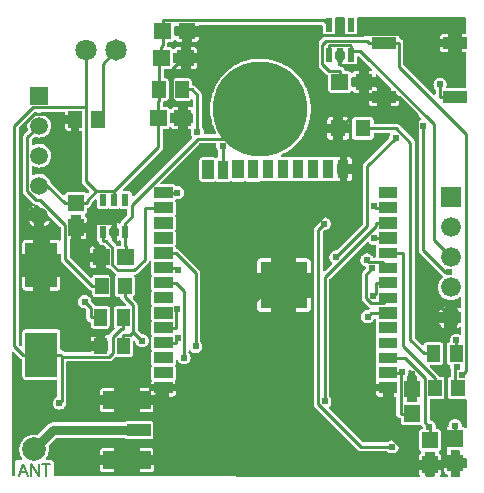
<source format=gtl>
G04 Layer: TopLayer*
G04 EasyEDA v6.5.1, 2022-03-21 16:47:25*
G04 955ef46bbe064569b540ea905b21d435,97f3a3507f384188ab3f8c3e8ba95b97,10*
G04 Gerber Generator version 0.2*
G04 Scale: 100 percent, Rotated: No, Reflected: No *
G04 Dimensions in millimeters *
G04 leading zeros omitted , absolute positions ,4 integer and 5 decimal *
%FSLAX45Y45*%
%MOMM*%

%ADD10C,0.2540*%
%ADD11C,0.8000*%
%ADD12C,0.2032*%
%ADD13C,0.6100*%
%ADD14R,2.0000X1.0000*%
%ADD16R,2.7000X3.7500*%
%ADD17R,1.3500X1.4100*%
%ADD18R,1.3005X1.3995*%
%ADD20R,4.0640X1.5240*%
%ADD21R,2.0320X1.0160*%
%ADD22R,1.5494X0.9500*%
%ADD23R,0.9500X1.5494*%
%ADD24R,4.0000X4.0000*%
%ADD25R,0.5500X1.0000*%
%ADD27C,1.8000*%
%ADD28C,1.8200*%
%ADD29C,8.0000*%
%ADD30C,2.0000*%
%ADD31C,1.4986*%
%ADD32R,1.4986X1.4986*%
%ADD33C,1.6764*%
%ADD34R,1.6764X1.6764*%

%LPD*%
G36*
X6332931Y4363364D02*
G01*
X6329019Y4364177D01*
X6325717Y4366361D01*
X6323533Y4369663D01*
X6322771Y4373524D01*
X6323533Y4377436D01*
X6325717Y4380738D01*
X6329172Y4384192D01*
X6332270Y4389069D01*
X6334150Y4394555D01*
X6334912Y4400854D01*
X6334912Y4514189D01*
X6335674Y4518101D01*
X6337858Y4521403D01*
X6341160Y4523587D01*
X6345072Y4524349D01*
X6405778Y4524146D01*
X6409639Y4523384D01*
X6412941Y4521149D01*
X6415125Y4517847D01*
X6415938Y4513986D01*
X6415938Y4400854D01*
X6416649Y4394555D01*
X6418529Y4389069D01*
X6421628Y4384192D01*
X6425082Y4380738D01*
X6427266Y4377436D01*
X6428028Y4373524D01*
X6427266Y4369663D01*
X6425082Y4366361D01*
X6421780Y4364177D01*
X6417868Y4363364D01*
G37*

%LPD*%
G36*
X6386169Y4105198D02*
G01*
X6373520Y4106672D01*
X6365443Y4106672D01*
X6361531Y4107434D01*
X6358229Y4109669D01*
X6356045Y4112920D01*
X6355283Y4116832D01*
X6355283Y4164837D01*
X6345072Y4164837D01*
X6341160Y4165600D01*
X6337858Y4167835D01*
X6335674Y4171086D01*
X6334912Y4174998D01*
X6334912Y4227322D01*
X6335674Y4231233D01*
X6337858Y4234484D01*
X6341160Y4236720D01*
X6345072Y4237482D01*
X6355283Y4237482D01*
X6356045Y4241698D01*
X6358229Y4244949D01*
X6361531Y4247184D01*
X6365443Y4247946D01*
X6385356Y4247946D01*
X6389268Y4247184D01*
X6392570Y4244949D01*
X6394754Y4241698D01*
X6395516Y4237482D01*
X6405778Y4237482D01*
X6409639Y4236720D01*
X6412941Y4234484D01*
X6415125Y4231233D01*
X6415938Y4227322D01*
X6415938Y4174998D01*
X6415125Y4171086D01*
X6412941Y4167835D01*
X6409639Y4165600D01*
X6405778Y4164837D01*
X6395516Y4164837D01*
X6395516Y4115308D01*
X6394805Y4111650D01*
X6392824Y4108450D01*
X6389827Y4106214D01*
G37*

%LPD*%
G36*
X7174280Y3862882D02*
G01*
X7170369Y3863644D01*
X7167118Y3865879D01*
X6915556Y4117441D01*
X6913321Y4120743D01*
X6912559Y4124604D01*
X6912559Y4304792D01*
X6911746Y4312818D01*
X6909562Y4320032D01*
X6906006Y4326737D01*
X6901230Y4332579D01*
X6895388Y4337354D01*
X6888683Y4340910D01*
X6881622Y4343095D01*
X6877862Y4345178D01*
X6875322Y4348581D01*
X6874408Y4352798D01*
X6874408Y4354779D01*
X6873697Y4361078D01*
X6871766Y4366514D01*
X6868718Y4371441D01*
X6864603Y4375505D01*
X6859727Y4378604D01*
X6854240Y4380534D01*
X6847941Y4381246D01*
X6649059Y4381246D01*
X6642760Y4380534D01*
X6637274Y4378604D01*
X6632397Y4375505D01*
X6628282Y4371441D01*
X6624980Y4366209D01*
X6621932Y4363059D01*
X6617817Y4361535D01*
X6613448Y4361891D01*
X6611112Y4362602D01*
X6603085Y4363364D01*
X6520891Y4363364D01*
X6516979Y4364177D01*
X6513677Y4366361D01*
X6511493Y4369663D01*
X6510731Y4373524D01*
X6511493Y4377436D01*
X6513677Y4380738D01*
X6517131Y4384192D01*
X6520230Y4389069D01*
X6522110Y4394555D01*
X6522872Y4400854D01*
X6522872Y4513580D01*
X6523634Y4517491D01*
X6525818Y4520793D01*
X6529120Y4522978D01*
X6533032Y4523740D01*
X7431633Y4520793D01*
X7435494Y4520031D01*
X7438796Y4517847D01*
X7440980Y4514545D01*
X7441742Y4510684D01*
X7441996Y4391406D01*
X7441184Y4387494D01*
X7438999Y4384192D01*
X7435697Y4382008D01*
X7431836Y4381246D01*
X7405065Y4381246D01*
X7405065Y4336694D01*
X7431938Y4336694D01*
X7435799Y4335881D01*
X7439101Y4333697D01*
X7441285Y4330395D01*
X7442098Y4326534D01*
X7442149Y4284167D01*
X7441387Y4280255D01*
X7439202Y4276953D01*
X7435900Y4274769D01*
X7431989Y4273956D01*
X7405065Y4273956D01*
X7405065Y4229404D01*
X7432141Y4229404D01*
X7436002Y4228642D01*
X7439304Y4226458D01*
X7441488Y4223156D01*
X7442301Y4219295D01*
X7442809Y3934155D01*
X7442047Y3930243D01*
X7439812Y3926941D01*
X7436510Y3924757D01*
X7432649Y3923995D01*
X7285990Y3923995D01*
X7282332Y3924655D01*
X7279182Y3926586D01*
X7276947Y3929532D01*
X7275880Y3933088D01*
X7276185Y3936796D01*
X7278573Y3945686D01*
X7279436Y3955440D01*
X7278573Y3965244D01*
X7276033Y3974744D01*
X7271867Y3983634D01*
X7266228Y3991711D01*
X7259269Y3998671D01*
X7251242Y4004259D01*
X7242352Y4008424D01*
X7232853Y4010964D01*
X7223048Y4011828D01*
X7213244Y4010964D01*
X7203744Y4008424D01*
X7194854Y4004259D01*
X7186828Y3998671D01*
X7179868Y3991711D01*
X7174230Y3983634D01*
X7170064Y3974744D01*
X7167524Y3965244D01*
X7166660Y3955440D01*
X7167524Y3945686D01*
X7170064Y3936187D01*
X7174230Y3927297D01*
X7179868Y3919220D01*
X7181443Y3917645D01*
X7183678Y3914343D01*
X7184440Y3910431D01*
X7184440Y3873042D01*
X7183678Y3869182D01*
X7181443Y3865879D01*
X7178192Y3863644D01*
G37*

%LPC*%
G36*
X7249261Y4229404D02*
G01*
X7292340Y4229404D01*
X7292340Y4273956D01*
X7222794Y4273956D01*
X7222794Y4255871D01*
X7223506Y4249572D01*
X7225436Y4244136D01*
X7228484Y4239209D01*
X7232599Y4235145D01*
X7237475Y4232046D01*
X7242962Y4230116D01*
G37*
G36*
X7222794Y4336694D02*
G01*
X7292340Y4336694D01*
X7292340Y4381246D01*
X7249261Y4381246D01*
X7242962Y4380534D01*
X7237475Y4378604D01*
X7232599Y4375505D01*
X7228484Y4371441D01*
X7225436Y4366514D01*
X7223506Y4361078D01*
X7222794Y4354779D01*
G37*

%LPD*%
G36*
X3793083Y3700830D02*
G01*
X3789019Y3702507D01*
X3786022Y3705758D01*
X3784701Y3709924D01*
X3785260Y3714292D01*
X3787597Y3718001D01*
X3789476Y3719880D01*
X3792778Y3722115D01*
X3796690Y3722878D01*
X3801668Y3722878D01*
X3805682Y3722014D01*
X3809085Y3719626D01*
X3811219Y3716121D01*
X3811778Y3712006D01*
X3810660Y3707993D01*
X3808018Y3704793D01*
X3804310Y3702913D01*
X3797503Y3701034D01*
G37*

%LPD*%
G36*
X4037787Y3016300D02*
G01*
X4033774Y3017012D01*
X4030370Y3019247D01*
X3927805Y3121863D01*
X3926128Y3124098D01*
X3920134Y3139744D01*
X3913682Y3151530D01*
X3905707Y3162401D01*
X3896309Y3172053D01*
X3885742Y3180435D01*
X3874160Y3187293D01*
X3861765Y3192526D01*
X3848760Y3196082D01*
X3835450Y3197910D01*
X3821988Y3197910D01*
X3808628Y3196082D01*
X3795623Y3192526D01*
X3782568Y3186988D01*
X3778656Y3186176D01*
X3774744Y3186938D01*
X3771442Y3189122D01*
X3769207Y3192424D01*
X3768445Y3196336D01*
X3768445Y3252520D01*
X3769258Y3256584D01*
X3771595Y3259937D01*
X3775100Y3262071D01*
X3779215Y3262680D01*
X3783177Y3261614D01*
X3789324Y3258464D01*
X3802075Y3254044D01*
X3815283Y3251403D01*
X3828694Y3250488D01*
X3842156Y3251403D01*
X3855313Y3254044D01*
X3868064Y3258464D01*
X3880053Y3264560D01*
X3891178Y3272180D01*
X3901186Y3281222D01*
X3909872Y3291484D01*
X3917086Y3302863D01*
X3922776Y3315055D01*
X3926789Y3327908D01*
X3929024Y3341217D01*
X3929481Y3354679D01*
X3928110Y3368090D01*
X3925011Y3381146D01*
X3920134Y3393744D01*
X3913682Y3405530D01*
X3905707Y3416401D01*
X3896309Y3426053D01*
X3885742Y3434435D01*
X3874160Y3441293D01*
X3861765Y3446526D01*
X3848760Y3450082D01*
X3835450Y3451910D01*
X3821988Y3451910D01*
X3808628Y3450082D01*
X3795623Y3446526D01*
X3782568Y3440988D01*
X3778656Y3440176D01*
X3774744Y3440937D01*
X3771442Y3443122D01*
X3769207Y3446424D01*
X3768445Y3450336D01*
X3768445Y3486200D01*
X3769207Y3490112D01*
X3771392Y3493414D01*
X3785666Y3507689D01*
X3788816Y3509822D01*
X3792474Y3510635D01*
X3796182Y3510127D01*
X3802075Y3508044D01*
X3815283Y3505403D01*
X3828694Y3504488D01*
X3842156Y3505403D01*
X3855313Y3508044D01*
X3868064Y3512464D01*
X3880053Y3518560D01*
X3891178Y3526180D01*
X3901186Y3535222D01*
X3909872Y3545484D01*
X3917086Y3556863D01*
X3922776Y3569055D01*
X3926789Y3581908D01*
X3929024Y3595217D01*
X3929481Y3608679D01*
X3928110Y3622090D01*
X3925011Y3635146D01*
X3920134Y3647744D01*
X3913682Y3659530D01*
X3905707Y3670401D01*
X3896309Y3680053D01*
X3885742Y3688435D01*
X3874160Y3695293D01*
X3861765Y3700526D01*
X3853078Y3702913D01*
X3849370Y3704793D01*
X3846728Y3707993D01*
X3845610Y3712006D01*
X3846169Y3716121D01*
X3848303Y3719626D01*
X3851706Y3722014D01*
X3855770Y3722878D01*
X4039768Y3722878D01*
X4043679Y3722115D01*
X4046982Y3719880D01*
X4049166Y3716629D01*
X4049928Y3712718D01*
X4049928Y3698392D01*
X4097832Y3698392D01*
X4097832Y3712718D01*
X4098594Y3716629D01*
X4100779Y3719880D01*
X4104081Y3722115D01*
X4107992Y3722878D01*
X4156964Y3722878D01*
X4160875Y3722115D01*
X4164177Y3719880D01*
X4166362Y3716629D01*
X4167124Y3712718D01*
X4167124Y3698392D01*
X4180332Y3698392D01*
X4184243Y3697579D01*
X4187494Y3695395D01*
X4189729Y3692093D01*
X4190492Y3688232D01*
X4190492Y3626967D01*
X4189729Y3623106D01*
X4187494Y3619804D01*
X4184243Y3617620D01*
X4180332Y3616807D01*
X4167124Y3616807D01*
X4167124Y3562858D01*
X4180332Y3562858D01*
X4184243Y3562045D01*
X4187494Y3559860D01*
X4189729Y3556558D01*
X4190492Y3552698D01*
X4190492Y3134614D01*
X4191304Y3126587D01*
X4193489Y3119374D01*
X4197045Y3112668D01*
X4202176Y3106470D01*
X4250893Y3057702D01*
X4253077Y3054451D01*
X4253839Y3050540D01*
X4253077Y3046628D01*
X4250893Y3043377D01*
X4242104Y3034588D01*
X4238802Y3032353D01*
X4234942Y3031591D01*
X4231030Y3032353D01*
X4227728Y3034588D01*
X4223816Y3038500D01*
X4218889Y3041599D01*
X4213453Y3043478D01*
X4207154Y3044190D01*
X4073245Y3044190D01*
X4066946Y3043478D01*
X4061510Y3041599D01*
X4056583Y3038500D01*
X4052519Y3034436D01*
X4049420Y3029508D01*
X4047185Y3023108D01*
X4045102Y3019602D01*
X4041800Y3017215D01*
G37*

%LPC*%
G36*
X4076395Y3562858D02*
G01*
X4097832Y3562858D01*
X4097832Y3616807D01*
X4049928Y3616807D01*
X4049928Y3589324D01*
X4050639Y3582974D01*
X4052570Y3577539D01*
X4055618Y3572611D01*
X4059732Y3568547D01*
X4064609Y3565448D01*
X4070096Y3563569D01*
G37*

%LPD*%
G36*
X4047845Y1686712D02*
G01*
X4043934Y1687525D01*
X4040632Y1689709D01*
X4036212Y1694129D01*
X4029964Y1699260D01*
X4023309Y1702816D01*
X4016197Y1705000D01*
X4012488Y1707083D01*
X4009898Y1710486D01*
X4008983Y1714703D01*
X4008983Y1854149D01*
X4008272Y1860448D01*
X4006392Y1865934D01*
X4003294Y1870811D01*
X3999229Y1874926D01*
X3994302Y1877974D01*
X3988866Y1879904D01*
X3982516Y1880616D01*
X3713683Y1880616D01*
X3707333Y1879904D01*
X3701897Y1877974D01*
X3696970Y1874926D01*
X3692906Y1870811D01*
X3689807Y1865934D01*
X3687927Y1860448D01*
X3687216Y1854149D01*
X3687216Y1746757D01*
X3686403Y1742897D01*
X3684219Y1739595D01*
X3680917Y1737360D01*
X3677056Y1736598D01*
X3673144Y1737360D01*
X3669842Y1739595D01*
X3661105Y1748332D01*
X3658870Y1751634D01*
X3658108Y1755546D01*
X3658108Y3584295D01*
X3658870Y3588207D01*
X3661105Y3591509D01*
X3715867Y3646271D01*
X3719118Y3648456D01*
X3722979Y3649218D01*
X3726789Y3648506D01*
X3730091Y3646373D01*
X3732326Y3643122D01*
X3733190Y3639312D01*
X3732428Y3635146D01*
X3729278Y3622090D01*
X3727958Y3608679D01*
X3728415Y3595217D01*
X3730650Y3581908D01*
X3733546Y3572459D01*
X3734003Y3568801D01*
X3733139Y3565245D01*
X3731056Y3562248D01*
X3702862Y3534054D01*
X3697732Y3527856D01*
X3694176Y3521151D01*
X3691991Y3513937D01*
X3691229Y3505911D01*
X3691229Y3049574D01*
X3691991Y3041548D01*
X3694176Y3034334D01*
X3697732Y3027680D01*
X3702862Y3021431D01*
X3775252Y2949041D01*
X3778554Y2946349D01*
X3780993Y2943352D01*
X3782212Y2939643D01*
X3781907Y2935782D01*
X3780180Y2932328D01*
X3777284Y2929737D01*
X3771646Y2926435D01*
X3761079Y2918053D01*
X3751732Y2908401D01*
X3743706Y2897530D01*
X3738016Y2887116D01*
X3784904Y2887116D01*
X3784904Y2928010D01*
X3785768Y2932125D01*
X3788206Y2935528D01*
X3791864Y2937662D01*
X3796029Y2938119D01*
X3803396Y2937357D01*
X3814165Y2937357D01*
X3818077Y2936595D01*
X3821379Y2934411D01*
X4008221Y2747568D01*
X4010406Y2744266D01*
X4011218Y2740355D01*
X4011218Y2640736D01*
X4010304Y2636570D01*
X4007713Y2633116D01*
X4003954Y2631033D01*
X3999687Y2630678D01*
X3995623Y2632151D01*
X3994302Y2632964D01*
X3988866Y2634894D01*
X3982516Y2635605D01*
X3921963Y2635605D01*
X3921963Y2522270D01*
X4001008Y2522270D01*
X4004919Y2521508D01*
X4008221Y2519324D01*
X4010406Y2516022D01*
X4011218Y2512110D01*
X4011218Y2477566D01*
X4011980Y2469540D01*
X4014165Y2462326D01*
X4017721Y2455672D01*
X4022851Y2449423D01*
X4251350Y2220976D01*
X4257548Y2215845D01*
X4264253Y2212289D01*
X4271314Y2210104D01*
X4275074Y2208022D01*
X4277614Y2204618D01*
X4278528Y2200402D01*
X4278528Y2179624D01*
X4279239Y2173274D01*
X4281170Y2167839D01*
X4284218Y2162911D01*
X4288332Y2158847D01*
X4293209Y2155748D01*
X4298696Y2153869D01*
X4304995Y2153158D01*
X4417110Y2153158D01*
X4423460Y2153869D01*
X4428896Y2155748D01*
X4433824Y2158847D01*
X4437888Y2162911D01*
X4440986Y2167839D01*
X4442917Y2173274D01*
X4443628Y2179624D01*
X4443628Y2316175D01*
X4442917Y2322525D01*
X4440986Y2327960D01*
X4437888Y2332888D01*
X4433824Y2336952D01*
X4428896Y2340051D01*
X4423460Y2341930D01*
X4417110Y2342642D01*
X4304995Y2342642D01*
X4298696Y2341930D01*
X4293209Y2340051D01*
X4288332Y2336952D01*
X4284218Y2332888D01*
X4281170Y2327960D01*
X4279341Y2322728D01*
X4277258Y2319274D01*
X4273956Y2316835D01*
X4269994Y2315972D01*
X4265980Y2316683D01*
X4262577Y2318918D01*
X4091381Y2490114D01*
X4089196Y2493416D01*
X4088434Y2497277D01*
X4088434Y2635250D01*
X4089196Y2639110D01*
X4091381Y2642412D01*
X4094683Y2644597D01*
X4100118Y2645410D01*
X4100118Y2700223D01*
X4094683Y2700985D01*
X4091381Y2703169D01*
X4089196Y2706471D01*
X4088434Y2710383D01*
X4088434Y2760065D01*
X4087622Y2768092D01*
X4086961Y2770276D01*
X4086555Y2774035D01*
X4087520Y2777693D01*
X4089755Y2780690D01*
X4092956Y2782722D01*
X4096664Y2783382D01*
X4100118Y2783382D01*
X4100118Y2841244D01*
X4100880Y2845104D01*
X4103065Y2848406D01*
X4106367Y2850642D01*
X4110278Y2851404D01*
X4170121Y2851404D01*
X4174032Y2850642D01*
X4177334Y2848406D01*
X4179519Y2845104D01*
X4180281Y2841244D01*
X4180281Y2783382D01*
X4233621Y2783382D01*
X4233621Y2811729D01*
X4232910Y2818028D01*
X4230979Y2823514D01*
X4227880Y2828391D01*
X4223816Y2832506D01*
X4217924Y2836214D01*
X4214977Y2839008D01*
X4213402Y2842768D01*
X4213402Y2846832D01*
X4214977Y2850591D01*
X4217924Y2853385D01*
X4223816Y2857093D01*
X4227880Y2861208D01*
X4230979Y2866085D01*
X4232910Y2871571D01*
X4233621Y2877870D01*
X4233621Y2900273D01*
X4234535Y2904490D01*
X4237075Y2907944D01*
X4240834Y2910027D01*
X4247896Y2912160D01*
X4254601Y2915716D01*
X4260443Y2920542D01*
X4265218Y2926384D01*
X4268774Y2933039D01*
X4270959Y2940253D01*
X4271772Y2948279D01*
X4271772Y2950819D01*
X4272534Y2954731D01*
X4274769Y2958033D01*
X4298035Y2981299D01*
X4301337Y2983534D01*
X4305249Y2984296D01*
X4309110Y2983534D01*
X4312412Y2981299D01*
X4314596Y2978048D01*
X4315409Y2974136D01*
X4315409Y2925673D01*
X4316120Y2919374D01*
X4318000Y2913888D01*
X4321098Y2909011D01*
X4325162Y2904896D01*
X4330090Y2901797D01*
X4335526Y2899918D01*
X4341876Y2899206D01*
X4395724Y2899206D01*
X4402074Y2899918D01*
X4407509Y2901797D01*
X4410913Y2903931D01*
X4414418Y2905302D01*
X4418177Y2905302D01*
X4421682Y2903931D01*
X4425086Y2901797D01*
X4430522Y2899918D01*
X4436872Y2899206D01*
X4490720Y2899206D01*
X4497070Y2899918D01*
X4502505Y2901797D01*
X4505909Y2903931D01*
X4509414Y2905302D01*
X4513173Y2905302D01*
X4516678Y2903931D01*
X4520082Y2901797D01*
X4525518Y2899918D01*
X4531868Y2899206D01*
X4563008Y2899206D01*
X4566869Y2898444D01*
X4570171Y2896209D01*
X4572355Y2892907D01*
X4573168Y2889046D01*
X4573168Y2853740D01*
X4572355Y2849829D01*
X4570171Y2846527D01*
X4531868Y2808224D01*
X4526737Y2801975D01*
X4523181Y2795320D01*
X4520996Y2788107D01*
X4520590Y2784398D01*
X4519371Y2780487D01*
X4516729Y2777337D01*
X4513021Y2775559D01*
X4508957Y2775356D01*
X4505096Y2776778D01*
X4502505Y2778404D01*
X4497070Y2780334D01*
X4490720Y2781046D01*
X4483912Y2781046D01*
X4483912Y2736494D01*
X4495241Y2736494D01*
X4499102Y2735681D01*
X4502404Y2733497D01*
X4504588Y2730195D01*
X4505401Y2726334D01*
X4505401Y2683916D01*
X4504588Y2680055D01*
X4502404Y2676753D01*
X4499102Y2674569D01*
X4495241Y2673756D01*
X4483912Y2673756D01*
X4483912Y2629204D01*
X4490720Y2629204D01*
X4497070Y2629916D01*
X4502505Y2631846D01*
X4504639Y2633167D01*
X4508652Y2634640D01*
X4512970Y2634284D01*
X4516729Y2632202D01*
X4519269Y2628747D01*
X4520184Y2624582D01*
X4520184Y2592781D01*
X4519422Y2588869D01*
X4517186Y2585567D01*
X4513935Y2583383D01*
X4510024Y2582621D01*
X4492650Y2582621D01*
X4489094Y2583281D01*
X4485944Y2585110D01*
X4483709Y2587955D01*
X4480102Y2594711D01*
X4474972Y2600909D01*
X4446676Y2629255D01*
X4444492Y2632557D01*
X4443679Y2636418D01*
X4443679Y2673756D01*
X4432350Y2673756D01*
X4428490Y2674569D01*
X4425188Y2676753D01*
X4423003Y2680055D01*
X4422190Y2683916D01*
X4422190Y2726334D01*
X4423003Y2730195D01*
X4425188Y2733497D01*
X4428490Y2735681D01*
X4432350Y2736494D01*
X4443679Y2736494D01*
X4443679Y2781046D01*
X4436872Y2781046D01*
X4430522Y2780334D01*
X4425086Y2778404D01*
X4421682Y2776270D01*
X4418177Y2774899D01*
X4414418Y2774899D01*
X4410913Y2776270D01*
X4407509Y2778404D01*
X4402074Y2780334D01*
X4395724Y2781046D01*
X4341876Y2781046D01*
X4335526Y2780334D01*
X4330090Y2778404D01*
X4325162Y2775305D01*
X4321098Y2771241D01*
X4318000Y2766314D01*
X4316120Y2760878D01*
X4315409Y2754579D01*
X4315409Y2655671D01*
X4316120Y2649372D01*
X4318000Y2643936D01*
X4321098Y2639009D01*
X4328109Y2632506D01*
X4329734Y2629916D01*
X4330496Y2626918D01*
X4331004Y2622143D01*
X4333189Y2614930D01*
X4336745Y2608224D01*
X4341520Y2602382D01*
X4347362Y2597607D01*
X4354068Y2594051D01*
X4361281Y2591866D01*
X4369308Y2591054D01*
X4371441Y2591054D01*
X4375353Y2590292D01*
X4378655Y2588056D01*
X4393336Y2573375D01*
X4395520Y2570124D01*
X4396282Y2566212D01*
X4396282Y2529281D01*
X4399280Y2529281D01*
X4403191Y2528519D01*
X4406442Y2526334D01*
X4408678Y2523032D01*
X4409440Y2519121D01*
X4409440Y2459278D01*
X4408678Y2455367D01*
X4406442Y2452065D01*
X4403191Y2449880D01*
X4399280Y2449118D01*
X4396282Y2449118D01*
X4396282Y2395778D01*
X4422444Y2395778D01*
X4426356Y2395016D01*
X4429658Y2392832D01*
X4468164Y2354326D01*
X4477867Y2346553D01*
X4479747Y2343302D01*
X4480356Y2339644D01*
X4479544Y2335987D01*
X4474413Y2327960D01*
X4472482Y2322525D01*
X4471771Y2316175D01*
X4471771Y2179624D01*
X4472482Y2173274D01*
X4474413Y2167839D01*
X4477512Y2162911D01*
X4481576Y2158847D01*
X4486503Y2155748D01*
X4491939Y2153869D01*
X4498289Y2153158D01*
X4506823Y2153158D01*
X4511040Y2152243D01*
X4514443Y2149703D01*
X4516526Y2145944D01*
X4518710Y2138832D01*
X4522266Y2132177D01*
X4527397Y2125929D01*
X4560011Y2093315D01*
X4562195Y2090013D01*
X4563008Y2086102D01*
X4562195Y2082241D01*
X4560011Y2078939D01*
X4556709Y2076754D01*
X4552848Y2075942D01*
X4485589Y2075942D01*
X4479239Y2075230D01*
X4473803Y2073351D01*
X4468876Y2070252D01*
X4464812Y2066188D01*
X4461713Y2061260D01*
X4459782Y2055825D01*
X4459071Y2049475D01*
X4459071Y1912924D01*
X4459782Y1906574D01*
X4461713Y1901139D01*
X4465167Y1895652D01*
X4466488Y1892503D01*
X4466640Y1889099D01*
X4465726Y1885848D01*
X4463745Y1883054D01*
X4425492Y1844802D01*
X4419650Y1837639D01*
X4417110Y1835404D01*
X4414012Y1834134D01*
X4410659Y1833981D01*
X4404410Y1834642D01*
X4383024Y1834642D01*
X4383024Y1780692D01*
X4403648Y1780692D01*
X4407560Y1779879D01*
X4410811Y1777695D01*
X4413046Y1774393D01*
X4413808Y1770532D01*
X4413808Y1709267D01*
X4413046Y1705406D01*
X4410811Y1702104D01*
X4407560Y1699920D01*
X4403648Y1699107D01*
X4383024Y1699107D01*
X4383024Y1696872D01*
X4382262Y1693011D01*
X4380077Y1689709D01*
X4376775Y1687525D01*
X4372864Y1686712D01*
X4323892Y1686712D01*
X4319981Y1687525D01*
X4316679Y1689709D01*
X4314494Y1693011D01*
X4313732Y1696872D01*
X4313732Y1699107D01*
X4265828Y1699107D01*
X4265828Y1696872D01*
X4265066Y1693011D01*
X4262882Y1689709D01*
X4259580Y1687525D01*
X4255668Y1686712D01*
G37*

%LPC*%
G36*
X4265828Y1780692D02*
G01*
X4313732Y1780692D01*
X4313732Y1834642D01*
X4292295Y1834642D01*
X4285996Y1833930D01*
X4280509Y1832051D01*
X4275632Y1828952D01*
X4271518Y1824888D01*
X4268470Y1819960D01*
X4266539Y1814525D01*
X4265828Y1808175D01*
G37*
G36*
X4292295Y1886457D02*
G01*
X4404410Y1886457D01*
X4410760Y1887169D01*
X4416196Y1889048D01*
X4421124Y1892147D01*
X4425188Y1896211D01*
X4428286Y1901139D01*
X4430217Y1906574D01*
X4430928Y1912924D01*
X4430928Y2049475D01*
X4430217Y2055825D01*
X4428286Y2061260D01*
X4425188Y2066188D01*
X4421124Y2070252D01*
X4416196Y2073351D01*
X4410760Y2075230D01*
X4404410Y2075942D01*
X4309110Y2075942D01*
X4305554Y2076602D01*
X4302404Y2078482D01*
X4300169Y2081326D01*
X4298340Y2084730D01*
X4293209Y2090928D01*
X4273753Y2110435D01*
X4271721Y2113330D01*
X4270806Y2116734D01*
X4270095Y2124760D01*
X4267555Y2134260D01*
X4263390Y2143150D01*
X4257802Y2151227D01*
X4250842Y2158187D01*
X4242765Y2163775D01*
X4233875Y2167940D01*
X4224375Y2170480D01*
X4214622Y2171344D01*
X4204817Y2170480D01*
X4195318Y2167940D01*
X4186428Y2163775D01*
X4178350Y2158187D01*
X4171391Y2151227D01*
X4165803Y2143150D01*
X4161637Y2134260D01*
X4159097Y2124760D01*
X4158234Y2114956D01*
X4159097Y2105202D01*
X4161637Y2095703D01*
X4165803Y2086813D01*
X4171391Y2078736D01*
X4178350Y2071776D01*
X4186428Y2066188D01*
X4195318Y2062022D01*
X4204817Y2059482D01*
X4212844Y2058771D01*
X4216247Y2057857D01*
X4219143Y2055825D01*
X4224680Y2050288D01*
X4226915Y2046986D01*
X4227677Y2043074D01*
X4227677Y1981707D01*
X4228490Y1973681D01*
X4230674Y1966468D01*
X4234230Y1959762D01*
X4239006Y1953920D01*
X4244848Y1949145D01*
X4251553Y1945589D01*
X4258614Y1943404D01*
X4262374Y1941322D01*
X4264914Y1937918D01*
X4265828Y1933702D01*
X4265828Y1912924D01*
X4266539Y1906574D01*
X4268470Y1901139D01*
X4271518Y1896211D01*
X4275632Y1892147D01*
X4280509Y1889048D01*
X4285996Y1887169D01*
G37*
G36*
X3713683Y2208784D02*
G01*
X3774236Y2208784D01*
X3774236Y2322118D01*
X3687216Y2322118D01*
X3687216Y2235250D01*
X3687927Y2228951D01*
X3689807Y2223465D01*
X3692906Y2218588D01*
X3696970Y2214473D01*
X3701897Y2211425D01*
X3707333Y2209495D01*
G37*
G36*
X3921963Y2208784D02*
G01*
X3982516Y2208784D01*
X3988866Y2209495D01*
X3994302Y2211425D01*
X3999229Y2214473D01*
X4003294Y2218588D01*
X4006392Y2223465D01*
X4008272Y2228951D01*
X4008983Y2235250D01*
X4008983Y2322118D01*
X3921963Y2322118D01*
G37*
G36*
X4284776Y2395778D02*
G01*
X4313123Y2395778D01*
X4313123Y2449118D01*
X4258310Y2449118D01*
X4258310Y2422245D01*
X4259021Y2415946D01*
X4260900Y2410510D01*
X4263999Y2405583D01*
X4268063Y2401519D01*
X4272991Y2398420D01*
X4278426Y2396490D01*
G37*
G36*
X3687216Y2522270D02*
G01*
X3774236Y2522270D01*
X3774236Y2635605D01*
X3713683Y2635605D01*
X3707333Y2634894D01*
X3701897Y2632964D01*
X3696970Y2629916D01*
X3692906Y2625801D01*
X3689807Y2620924D01*
X3687927Y2615438D01*
X3687216Y2609138D01*
G37*
G36*
X4258310Y2529281D02*
G01*
X4313123Y2529281D01*
X4313123Y2582621D01*
X4284776Y2582621D01*
X4278426Y2581910D01*
X4272991Y2579979D01*
X4268063Y2576880D01*
X4263999Y2572816D01*
X4260900Y2567889D01*
X4259021Y2562453D01*
X4258310Y2556154D01*
G37*
G36*
X4180281Y2645410D02*
G01*
X4207154Y2645410D01*
X4213453Y2646121D01*
X4218889Y2648000D01*
X4223816Y2651099D01*
X4227880Y2655163D01*
X4230979Y2660091D01*
X4232910Y2665526D01*
X4233621Y2671876D01*
X4233621Y2700223D01*
X4180281Y2700223D01*
G37*
G36*
X3784904Y2752750D02*
G01*
X3784904Y2799486D01*
X3738118Y2799486D01*
X3740302Y2794863D01*
X3747515Y2783484D01*
X3756253Y2773222D01*
X3766210Y2764180D01*
X3777335Y2756560D01*
G37*
G36*
X3872534Y2752750D02*
G01*
X3880053Y2756560D01*
X3891178Y2764180D01*
X3901186Y2773222D01*
X3909872Y2783484D01*
X3917086Y2794863D01*
X3919270Y2799486D01*
X3872534Y2799486D01*
G37*

%LPD*%
G36*
X7383221Y631291D02*
G01*
X7323328Y631342D01*
X7319467Y632155D01*
X7316165Y634339D01*
X7313980Y637641D01*
X7313218Y641502D01*
X7313218Y706323D01*
X7259878Y706323D01*
X7259878Y677976D01*
X7260590Y671626D01*
X7262520Y666191D01*
X7265619Y661263D01*
X7269683Y657199D01*
X7274610Y654100D01*
X7280046Y652221D01*
X7284923Y651662D01*
X7289038Y650240D01*
X7292187Y647242D01*
X7293813Y643178D01*
X7293559Y638810D01*
X7291476Y634949D01*
X7288022Y632358D01*
X7283754Y631393D01*
X7232497Y631444D01*
X7228636Y632206D01*
X7225385Y634339D01*
X7223201Y637590D01*
X7222337Y641400D01*
X7222998Y645261D01*
X7228179Y653491D01*
X7230109Y658926D01*
X7230821Y665276D01*
X7230821Y693623D01*
X7177481Y693623D01*
X7177481Y641705D01*
X7176719Y637794D01*
X7174534Y634492D01*
X7171232Y632307D01*
X7167321Y631545D01*
X7107428Y631596D01*
X7103567Y632358D01*
X7100265Y634593D01*
X7098080Y637895D01*
X7097318Y641756D01*
X7097318Y693623D01*
X7043978Y693623D01*
X7043978Y665276D01*
X7044690Y658926D01*
X7046569Y653542D01*
X7050633Y647344D01*
X7052157Y643280D01*
X7051852Y638962D01*
X7049770Y635203D01*
X7046315Y632561D01*
X7042048Y631647D01*
X3963924Y635050D01*
X3960012Y635863D01*
X3956761Y638048D01*
X3954526Y641350D01*
X3953764Y645210D01*
X3953764Y746201D01*
X3953052Y752500D01*
X3951122Y757986D01*
X3948074Y762863D01*
X3943959Y766978D01*
X3939082Y770026D01*
X3933596Y771956D01*
X3927297Y772668D01*
X3893870Y772668D01*
X3889451Y773684D01*
X3885946Y776478D01*
X3883964Y780491D01*
X3883914Y785012D01*
X3885844Y789076D01*
X3888181Y792073D01*
X3896055Y805078D01*
X3902303Y818946D01*
X3906824Y833475D01*
X3909568Y848410D01*
X3910482Y863600D01*
X3909568Y878789D01*
X3907942Y887526D01*
X3907891Y890828D01*
X3908856Y893927D01*
X3910787Y896569D01*
X3974033Y959815D01*
X3977335Y961999D01*
X3981196Y962812D01*
X4546600Y962812D01*
X4550460Y961999D01*
X4553762Y959815D01*
X4555896Y957681D01*
X4560773Y954633D01*
X4566259Y952703D01*
X4572558Y951992D01*
X4774641Y951992D01*
X4780940Y952703D01*
X4786426Y954633D01*
X4791303Y957681D01*
X4795418Y961796D01*
X4798466Y966673D01*
X4800396Y972159D01*
X4801108Y978458D01*
X4801108Y1078941D01*
X4800396Y1085240D01*
X4798466Y1090726D01*
X4795418Y1095603D01*
X4791303Y1099718D01*
X4786426Y1102766D01*
X4780940Y1104696D01*
X4774641Y1105408D01*
X4572558Y1105408D01*
X4566259Y1104696D01*
X4560773Y1102766D01*
X4555896Y1099718D01*
X4553762Y1097584D01*
X4550460Y1095400D01*
X4546600Y1094587D01*
X3950106Y1094587D01*
X3939387Y1093774D01*
X3929329Y1091336D01*
X3919778Y1087374D01*
X3910990Y1081989D01*
X3902811Y1075029D01*
X3817569Y989787D01*
X3814927Y987856D01*
X3811828Y986891D01*
X3808526Y986942D01*
X3799789Y988568D01*
X3784600Y989482D01*
X3769410Y988568D01*
X3754475Y985824D01*
X3739946Y981303D01*
X3726078Y975055D01*
X3713073Y967181D01*
X3701135Y957834D01*
X3690365Y947064D01*
X3681018Y935126D01*
X3673144Y922121D01*
X3666896Y908253D01*
X3662375Y893724D01*
X3659632Y878789D01*
X3658717Y863600D01*
X3659632Y848410D01*
X3662375Y833475D01*
X3666896Y818946D01*
X3673144Y805078D01*
X3681018Y792073D01*
X3683355Y789076D01*
X3685286Y785012D01*
X3685235Y780491D01*
X3683254Y776478D01*
X3679748Y773684D01*
X3675329Y772668D01*
X3647998Y772668D01*
X3641699Y771956D01*
X3636213Y770026D01*
X3631336Y766978D01*
X3627221Y762863D01*
X3624173Y757986D01*
X3622243Y752500D01*
X3621532Y746201D01*
X3621532Y645617D01*
X3620770Y641705D01*
X3618534Y638454D01*
X3615232Y636219D01*
X3611372Y635457D01*
X3604768Y635457D01*
X3600856Y636270D01*
X3597554Y638454D01*
X3595370Y641756D01*
X3594608Y645617D01*
X3594608Y1681073D01*
X3595370Y1684985D01*
X3597605Y1688287D01*
X3600856Y1690471D01*
X3604768Y1691233D01*
X3608679Y1690471D01*
X3611930Y1688287D01*
X3659936Y1640332D01*
X3666134Y1635201D01*
X3672890Y1631594D01*
X3680002Y1629410D01*
X3683711Y1627327D01*
X3686301Y1623923D01*
X3687216Y1619707D01*
X3687216Y1480261D01*
X3687927Y1473962D01*
X3689807Y1468475D01*
X3692906Y1463598D01*
X3696970Y1459484D01*
X3701897Y1456436D01*
X3707333Y1454505D01*
X3713683Y1453794D01*
X3970020Y1453794D01*
X3973880Y1453032D01*
X3977182Y1450797D01*
X3979367Y1447546D01*
X3980129Y1443634D01*
X3980129Y1316990D01*
X3979418Y1313230D01*
X3977386Y1310030D01*
X3974287Y1307795D01*
X3970731Y1306118D01*
X3962704Y1300480D01*
X3955745Y1293520D01*
X3950106Y1285494D01*
X3945940Y1276604D01*
X3943400Y1267104D01*
X3942537Y1257300D01*
X3943400Y1247495D01*
X3945940Y1237996D01*
X3950106Y1229106D01*
X3955745Y1221079D01*
X3962704Y1214120D01*
X3970731Y1208481D01*
X3979621Y1204315D01*
X3989120Y1201775D01*
X3998925Y1200912D01*
X4008729Y1201775D01*
X4018229Y1204315D01*
X4027119Y1208481D01*
X4035145Y1214120D01*
X4042105Y1221079D01*
X4047744Y1229106D01*
X4051909Y1237996D01*
X4054449Y1247495D01*
X4055313Y1257300D01*
X4054906Y1261618D01*
X4055313Y1265428D01*
X4056583Y1269593D01*
X4057345Y1277620D01*
X4057345Y1599336D01*
X4058158Y1603248D01*
X4060342Y1606550D01*
X4063644Y1608734D01*
X4067556Y1609496D01*
X4420006Y1609496D01*
X4428032Y1610309D01*
X4435246Y1612493D01*
X4441952Y1616049D01*
X4448149Y1621180D01*
X4470044Y1643024D01*
X4472482Y1644853D01*
X4475327Y1645818D01*
X4478324Y1645970D01*
X4485589Y1645157D01*
X4597704Y1645157D01*
X4604004Y1645869D01*
X4609490Y1647748D01*
X4614367Y1650847D01*
X4618482Y1654911D01*
X4621530Y1659839D01*
X4623460Y1665274D01*
X4624171Y1671624D01*
X4624171Y1774037D01*
X4625035Y1778101D01*
X4627422Y1781505D01*
X4630978Y1783638D01*
X4635093Y1784146D01*
X4639056Y1783029D01*
X4642256Y1780336D01*
X4644136Y1776628D01*
X4646930Y1766163D01*
X4651095Y1757273D01*
X4656683Y1749247D01*
X4663643Y1742287D01*
X4671720Y1736648D01*
X4680610Y1732483D01*
X4690110Y1729943D01*
X4699914Y1729079D01*
X4709668Y1729943D01*
X4719167Y1732483D01*
X4728057Y1736648D01*
X4736134Y1742287D01*
X4743094Y1749247D01*
X4748682Y1757273D01*
X4752848Y1766163D01*
X4755388Y1775663D01*
X4756251Y1785467D01*
X4755388Y1795272D01*
X4752848Y1804771D01*
X4748682Y1813661D01*
X4743094Y1821688D01*
X4736134Y1828647D01*
X4728057Y1834286D01*
X4719167Y1838452D01*
X4709668Y1840992D01*
X4701641Y1841703D01*
X4698238Y1842617D01*
X4695342Y1844598D01*
X4664913Y1875078D01*
X4662678Y1878380D01*
X4661916Y1882241D01*
X4661916Y2084120D01*
X4661103Y2092147D01*
X4658918Y2099360D01*
X4655362Y2106015D01*
X4650232Y2112264D01*
X4621682Y2140813D01*
X4619650Y2143810D01*
X4618736Y2147316D01*
X4619142Y2150922D01*
X4620818Y2154123D01*
X4623460Y2156612D01*
X4627067Y2158847D01*
X4631182Y2162911D01*
X4634230Y2167839D01*
X4636160Y2173274D01*
X4636871Y2179624D01*
X4636871Y2316175D01*
X4636160Y2322525D01*
X4633874Y2329027D01*
X4633315Y2333193D01*
X4635042Y2338222D01*
X4637582Y2341270D01*
X4641037Y2343150D01*
X4649216Y2345639D01*
X4655921Y2349195D01*
X4662119Y2354326D01*
X4751324Y2443530D01*
X4756505Y2449779D01*
X4758334Y2453081D01*
X4761230Y2456434D01*
X4765344Y2458212D01*
X4769764Y2458059D01*
X4773726Y2456027D01*
X4776419Y2452522D01*
X4777384Y2448204D01*
X4777384Y2353767D01*
X4778095Y2347468D01*
X4780483Y2340762D01*
X4781092Y2337308D01*
X4780483Y2333904D01*
X4777994Y2327046D01*
X4777282Y2320747D01*
X4777282Y2226919D01*
X4777994Y2220671D01*
X4780483Y2213762D01*
X4781092Y2210257D01*
X4780483Y2206802D01*
X4777994Y2199894D01*
X4777282Y2193645D01*
X4777282Y2099767D01*
X4777994Y2093518D01*
X4780534Y2086559D01*
X4781143Y2083104D01*
X4780534Y2079599D01*
X4778095Y2072792D01*
X4777384Y2066543D01*
X4777384Y1972665D01*
X4778095Y1966366D01*
X4780483Y1959711D01*
X4781042Y1956257D01*
X4780432Y1952853D01*
X4777994Y1945995D01*
X4777282Y1939747D01*
X4777282Y1845868D01*
X4777994Y1839620D01*
X4780432Y1832813D01*
X4781042Y1829358D01*
X4780432Y1825904D01*
X4777994Y1819097D01*
X4777282Y1812798D01*
X4777282Y1718970D01*
X4777994Y1712671D01*
X4780483Y1705864D01*
X4781092Y1702358D01*
X4780483Y1698904D01*
X4777994Y1692097D01*
X4777282Y1685798D01*
X4777282Y1591970D01*
X4777994Y1585671D01*
X4780483Y1578813D01*
X4781092Y1575358D01*
X4780483Y1571853D01*
X4777994Y1564995D01*
X4777282Y1558747D01*
X4777282Y1464868D01*
X4777994Y1458620D01*
X4780432Y1451864D01*
X4780991Y1448409D01*
X4780432Y1444955D01*
X4777994Y1438198D01*
X4777282Y1431950D01*
X4777282Y1415135D01*
X4835601Y1415135D01*
X4835601Y1428242D01*
X4836363Y1432102D01*
X4838547Y1435404D01*
X4841849Y1437640D01*
X4845761Y1438402D01*
X4915611Y1438402D01*
X4919472Y1437640D01*
X4922774Y1435404D01*
X4924958Y1432102D01*
X4925771Y1428242D01*
X4925771Y1415135D01*
X4984038Y1415135D01*
X4984038Y1431950D01*
X4983327Y1438198D01*
X4980889Y1444955D01*
X4980330Y1448409D01*
X4980889Y1451864D01*
X4983327Y1458620D01*
X4984038Y1464868D01*
X4984038Y1558747D01*
X4983327Y1564995D01*
X4980838Y1571853D01*
X4980228Y1575358D01*
X4980838Y1578813D01*
X4983327Y1585671D01*
X4984038Y1591970D01*
X4984038Y1612798D01*
X4984800Y1616608D01*
X4986934Y1619859D01*
X4990134Y1622094D01*
X4993944Y1622958D01*
X4997805Y1622298D01*
X5001107Y1620215D01*
X5003393Y1617065D01*
X5005070Y1613560D01*
X5010658Y1605534D01*
X5017617Y1598574D01*
X5025694Y1592935D01*
X5034584Y1588770D01*
X5044084Y1586230D01*
X5053888Y1585366D01*
X5063642Y1586230D01*
X5073142Y1588770D01*
X5082032Y1592935D01*
X5090109Y1598574D01*
X5097068Y1605534D01*
X5102656Y1613560D01*
X5106822Y1622450D01*
X5109362Y1631950D01*
X5110226Y1641754D01*
X5109362Y1651558D01*
X5106822Y1661058D01*
X5102656Y1669948D01*
X5097068Y1677974D01*
X5095443Y1679600D01*
X5093258Y1682902D01*
X5092496Y1686763D01*
X5092496Y1692503D01*
X5093258Y1696415D01*
X5095443Y1699717D01*
X5098745Y1701901D01*
X5102656Y1702663D01*
X5106517Y1701901D01*
X5109819Y1699717D01*
X5116169Y1693316D01*
X5124246Y1687728D01*
X5133136Y1683562D01*
X5142636Y1681022D01*
X5152440Y1680159D01*
X5162194Y1681022D01*
X5171694Y1683562D01*
X5180584Y1687728D01*
X5188661Y1693316D01*
X5195620Y1700275D01*
X5201208Y1708353D01*
X5205374Y1717243D01*
X5207914Y1726742D01*
X5208778Y1736496D01*
X5207914Y1746300D01*
X5205374Y1755800D01*
X5201208Y1764690D01*
X5195620Y1772767D01*
X5193995Y1774342D01*
X5191810Y1777644D01*
X5191048Y1781556D01*
X5191048Y2358339D01*
X5190236Y2366365D01*
X5188051Y2373579D01*
X5184495Y2380284D01*
X5179364Y2386482D01*
X5011318Y2554528D01*
X5005070Y2559659D01*
X4998415Y2563215D01*
X4991303Y2565400D01*
X4987848Y2567228D01*
X4985308Y2570226D01*
X4984140Y2573985D01*
X4983378Y2580792D01*
X4980940Y2587599D01*
X4980330Y2591054D01*
X4980940Y2594508D01*
X4983480Y2601366D01*
X4984191Y2607665D01*
X4984191Y2701493D01*
X4983480Y2707792D01*
X4980940Y2714650D01*
X4980330Y2718104D01*
X4980940Y2721559D01*
X4983429Y2728417D01*
X4984140Y2734665D01*
X4984140Y2828544D01*
X4983429Y2834843D01*
X4980584Y2843834D01*
X4980432Y2846476D01*
X4980940Y2849067D01*
X4983226Y2855620D01*
X4983988Y2861919D01*
X4983988Y2955798D01*
X4983276Y2962046D01*
X4980838Y2968853D01*
X4980228Y2972816D01*
X4981244Y2976727D01*
X4983734Y2979978D01*
X4987239Y2981960D01*
X4991252Y2982417D01*
X4998974Y2981706D01*
X5008727Y2982569D01*
X5018227Y2985109D01*
X5027117Y2989275D01*
X5035194Y2994914D01*
X5042154Y3001873D01*
X5047742Y3009900D01*
X5051907Y3018790D01*
X5054447Y3028289D01*
X5055311Y3038094D01*
X5054447Y3047898D01*
X5051907Y3057398D01*
X5047742Y3066288D01*
X5042154Y3074314D01*
X5035194Y3081274D01*
X5027117Y3086912D01*
X5018227Y3091078D01*
X5008727Y3093618D01*
X4998974Y3094482D01*
X4988712Y3093567D01*
X4985004Y3093923D01*
X4981702Y3095548D01*
X4978400Y3099562D01*
X4974285Y3103676D01*
X4969408Y3106724D01*
X4963922Y3108655D01*
X4957622Y3109366D01*
X4863490Y3109366D01*
X4859629Y3110128D01*
X4856327Y3112363D01*
X4854092Y3115665D01*
X4853330Y3119526D01*
X4854092Y3123438D01*
X4856327Y3126689D01*
X5182666Y3453079D01*
X5185968Y3455263D01*
X5189880Y3456025D01*
X5318658Y3456025D01*
X5322773Y3455212D01*
X5326176Y3452774D01*
X5328310Y3449167D01*
X5328767Y3445001D01*
X5327954Y3435654D01*
X5328818Y3425901D01*
X5331358Y3416401D01*
X5335524Y3407511D01*
X5341162Y3399434D01*
X5342737Y3397859D01*
X5344972Y3394557D01*
X5345734Y3390646D01*
X5345734Y3346805D01*
X5345074Y3343198D01*
X5343144Y3340049D01*
X5340248Y3337763D01*
X5336692Y3336696D01*
X5331104Y3336086D01*
X5325008Y3333953D01*
X5320639Y3333445D01*
X5310987Y3336696D01*
X5304688Y3337407D01*
X5210810Y3337407D01*
X5204510Y3336696D01*
X5199024Y3334816D01*
X5194147Y3331718D01*
X5190032Y3327654D01*
X5186984Y3322726D01*
X5185054Y3317290D01*
X5184343Y3310940D01*
X5184343Y3157169D01*
X5185054Y3150819D01*
X5186984Y3145383D01*
X5190032Y3140456D01*
X5194147Y3136392D01*
X5199024Y3133293D01*
X5204510Y3131413D01*
X5210810Y3130651D01*
X5304688Y3130651D01*
X5310987Y3131413D01*
X5317083Y3133496D01*
X5321452Y3134055D01*
X5331104Y3130753D01*
X5337403Y3130042D01*
X5431282Y3130042D01*
X5437581Y3130753D01*
X5443067Y3132683D01*
X5446979Y3134614D01*
X5449976Y3134918D01*
X5452973Y3134360D01*
X5458561Y3132429D01*
X5464911Y3131667D01*
X5558739Y3131667D01*
X5565089Y3132429D01*
X5571337Y3134614D01*
X5575706Y3135122D01*
X5585358Y3131820D01*
X5591657Y3131108D01*
X5685536Y3131108D01*
X5691835Y3131820D01*
X5697321Y3133750D01*
X5701233Y3135680D01*
X5704230Y3135985D01*
X5707227Y3135426D01*
X5712561Y3133598D01*
X5718860Y3132836D01*
X5812739Y3132836D01*
X5818987Y3133547D01*
X5825845Y3136087D01*
X5829300Y3136696D01*
X5832754Y3136087D01*
X5839561Y3133648D01*
X5845810Y3132937D01*
X5939688Y3132937D01*
X5945936Y3133648D01*
X5952794Y3136138D01*
X5956249Y3136747D01*
X5959703Y3136138D01*
X5966510Y3133648D01*
X5972810Y3132937D01*
X6066637Y3132937D01*
X6072936Y3133648D01*
X6079642Y3136087D01*
X6083096Y3136646D01*
X6086551Y3136036D01*
X6093460Y3133496D01*
X6099708Y3132785D01*
X6193586Y3132785D01*
X6199835Y3133496D01*
X6206794Y3136087D01*
X6210300Y3136696D01*
X6213754Y3136087D01*
X6220714Y3133496D01*
X6226962Y3132785D01*
X6320840Y3132785D01*
X6327140Y3133547D01*
X6336690Y3137154D01*
X6340449Y3137154D01*
X6349441Y3133852D01*
X6355791Y3133140D01*
X6372606Y3133140D01*
X6372606Y3191408D01*
X6357467Y3191408D01*
X6353606Y3192221D01*
X6350304Y3194405D01*
X6348069Y3197707D01*
X6347307Y3201568D01*
X6347307Y3271418D01*
X6348069Y3275329D01*
X6350304Y3278632D01*
X6353606Y3280816D01*
X6357467Y3281578D01*
X6372606Y3281578D01*
X6372606Y3339896D01*
X6355791Y3339896D01*
X6349441Y3339185D01*
X6339941Y3335528D01*
X6336131Y3335528D01*
X6327140Y3338829D01*
X6320840Y3339541D01*
X6226962Y3339541D01*
X6220714Y3338880D01*
X6213754Y3336290D01*
X6210300Y3335680D01*
X6206794Y3336290D01*
X6199835Y3338880D01*
X6193586Y3339541D01*
X6099708Y3339541D01*
X6093409Y3338880D01*
X6086703Y3336442D01*
X6083249Y3335883D01*
X6079845Y3336493D01*
X6072886Y3339033D01*
X6066637Y3339693D01*
X5972810Y3339693D01*
X5966510Y3339033D01*
X5959652Y3336544D01*
X5956198Y3335934D01*
X5952744Y3336544D01*
X5945936Y3338982D01*
X5939688Y3339693D01*
X5883300Y3339693D01*
X5878880Y3340709D01*
X5875375Y3343503D01*
X5873394Y3347567D01*
X5873394Y3352088D01*
X5875324Y3356152D01*
X5878830Y3358997D01*
X5902655Y3370681D01*
X5927598Y3385058D01*
X5951474Y3401110D01*
X5974232Y3418687D01*
X5995720Y3437788D01*
X6015888Y3458311D01*
X6034633Y3480155D01*
X6051854Y3503218D01*
X6067501Y3527348D01*
X6081471Y3552494D01*
X6093663Y3578555D01*
X6104128Y3605326D01*
X6112764Y3632809D01*
X6119469Y3660749D01*
X6124295Y3689146D01*
X6127242Y3717747D01*
X6128207Y3746500D01*
X6127242Y3775252D01*
X6124295Y3803853D01*
X6119469Y3832250D01*
X6112764Y3860190D01*
X6104128Y3887673D01*
X6093663Y3914444D01*
X6081471Y3940505D01*
X6067501Y3965651D01*
X6051854Y3989781D01*
X6034633Y4012844D01*
X6015888Y4034688D01*
X5995720Y4055211D01*
X5974232Y4074312D01*
X5951474Y4091889D01*
X5927598Y4107942D01*
X5902655Y4122318D01*
X5876848Y4134967D01*
X5850229Y4145889D01*
X5822899Y4154982D01*
X5795060Y4162196D01*
X5766816Y4167479D01*
X5738215Y4170883D01*
X5709513Y4172356D01*
X5680710Y4171848D01*
X5652058Y4169410D01*
X5623610Y4165092D01*
X5595569Y4158792D01*
X5567934Y4150664D01*
X5540959Y4140657D01*
X5514746Y4128871D01*
X5489346Y4115358D01*
X5464911Y4100118D01*
X5441594Y4083304D01*
X5419445Y4064914D01*
X5398617Y4045102D01*
X5379161Y4023918D01*
X5361178Y4001465D01*
X5344718Y3977843D01*
X5329936Y3953205D01*
X5316829Y3927601D01*
X5305450Y3901135D01*
X5295950Y3874008D01*
X5288229Y3846271D01*
X5282438Y3818077D01*
X5278577Y3789578D01*
X5276646Y3760876D01*
X5276646Y3732123D01*
X5278577Y3703421D01*
X5282438Y3674922D01*
X5288229Y3646728D01*
X5295950Y3618992D01*
X5305450Y3591864D01*
X5316829Y3565398D01*
X5325719Y3548075D01*
X5326786Y3544062D01*
X5326227Y3539998D01*
X5324043Y3536492D01*
X5320690Y3534105D01*
X5316626Y3533241D01*
X5234736Y3533241D01*
X5230622Y3534105D01*
X5227218Y3536543D01*
X5225135Y3540150D01*
X5224627Y3544315D01*
X5224932Y3548024D01*
X5224068Y3557828D01*
X5221528Y3567328D01*
X5217363Y3576218D01*
X5211775Y3584295D01*
X5210149Y3585870D01*
X5207965Y3589172D01*
X5207203Y3593084D01*
X5207203Y3861562D01*
X5206390Y3869588D01*
X5204206Y3876801D01*
X5200650Y3883456D01*
X5195519Y3889705D01*
X5146649Y3938524D01*
X5140452Y3943654D01*
X5133746Y3947210D01*
X5126685Y3949395D01*
X5122926Y3951478D01*
X5120386Y3954881D01*
X5119471Y3959098D01*
X5119471Y3979875D01*
X5118760Y3986225D01*
X5116830Y3991660D01*
X5113782Y3996588D01*
X5109667Y4000652D01*
X5104790Y4003751D01*
X5099304Y4005630D01*
X5093004Y4006342D01*
X4980889Y4006342D01*
X4974539Y4005630D01*
X4969103Y4003751D01*
X4964176Y4000652D01*
X4960112Y3996588D01*
X4957013Y3991660D01*
X4955082Y3986225D01*
X4954371Y3979875D01*
X4954371Y3843324D01*
X4955082Y3836974D01*
X4957013Y3831539D01*
X4960112Y3826611D01*
X4964176Y3822547D01*
X4969103Y3819448D01*
X4974539Y3817569D01*
X4980889Y3816858D01*
X5093004Y3816858D01*
X5099304Y3817569D01*
X5104790Y3819448D01*
X5109667Y3822547D01*
X5112613Y3825494D01*
X5115915Y3827678D01*
X5119827Y3828491D01*
X5123688Y3827678D01*
X5126990Y3825494D01*
X5129174Y3822192D01*
X5129987Y3818331D01*
X5129987Y3773170D01*
X5129072Y3769055D01*
X5126583Y3765600D01*
X5122875Y3763518D01*
X5118658Y3763111D01*
X5113223Y3763721D01*
X5084876Y3763721D01*
X5084876Y3710381D01*
X5119827Y3710381D01*
X5123688Y3709619D01*
X5126990Y3707434D01*
X5129174Y3704132D01*
X5129987Y3700221D01*
X5129987Y3640378D01*
X5129174Y3636467D01*
X5126990Y3633165D01*
X5123688Y3630980D01*
X5119827Y3630218D01*
X5084876Y3630218D01*
X5084876Y3576878D01*
X5104942Y3576878D01*
X5108549Y3576218D01*
X5111699Y3574287D01*
X5113985Y3571341D01*
X5115001Y3567785D01*
X5114747Y3564077D01*
X5113070Y3557828D01*
X5112207Y3548024D01*
X5113070Y3538270D01*
X5115610Y3528771D01*
X5119776Y3519881D01*
X5123332Y3514801D01*
X5124805Y3511600D01*
X5125110Y3508044D01*
X5124196Y3504641D01*
X5122164Y3501745D01*
X4629556Y3009138D01*
X4626254Y3006953D01*
X4622342Y3006140D01*
X4618482Y3006953D01*
X4615180Y3009138D01*
X4612995Y3012440D01*
X4612182Y3016300D01*
X4612182Y3024530D01*
X4611471Y3030829D01*
X4609592Y3036316D01*
X4606493Y3041192D01*
X4602429Y3045307D01*
X4597501Y3048406D01*
X4592066Y3050286D01*
X4585716Y3050997D01*
X4545939Y3050997D01*
X4542028Y3051759D01*
X4538726Y3053994D01*
X4536541Y3057296D01*
X4535779Y3061157D01*
X4536541Y3065068D01*
X4538726Y3068370D01*
X4864252Y3393846D01*
X4869383Y3400094D01*
X4872939Y3406749D01*
X4875123Y3413963D01*
X4875936Y3421989D01*
X4875936Y3566718D01*
X4876698Y3570630D01*
X4878882Y3573932D01*
X4882184Y3576116D01*
X4886096Y3576878D01*
X4907229Y3576878D01*
X4913528Y3577590D01*
X4919014Y3579520D01*
X4923891Y3582619D01*
X4928006Y3586683D01*
X4931714Y3592576D01*
X4934508Y3595522D01*
X4938268Y3597097D01*
X4942332Y3597097D01*
X4946091Y3595522D01*
X4948885Y3592576D01*
X4952593Y3586683D01*
X4956708Y3582619D01*
X4961585Y3579520D01*
X4967071Y3577590D01*
X4973370Y3576878D01*
X5001717Y3576878D01*
X5001717Y3630218D01*
X4943856Y3630218D01*
X4939995Y3630980D01*
X4936693Y3633165D01*
X4934458Y3636467D01*
X4933696Y3640378D01*
X4933696Y3700221D01*
X4934458Y3704132D01*
X4936693Y3707434D01*
X4939995Y3709619D01*
X4943856Y3710381D01*
X5001717Y3710381D01*
X5001717Y3763721D01*
X4973370Y3763721D01*
X4967071Y3763010D01*
X4961585Y3761079D01*
X4956708Y3757980D01*
X4952593Y3753916D01*
X4948885Y3748024D01*
X4946091Y3745077D01*
X4942332Y3743502D01*
X4938268Y3743502D01*
X4934508Y3745077D01*
X4931714Y3748024D01*
X4928006Y3753916D01*
X4923891Y3757980D01*
X4919014Y3761079D01*
X4913528Y3763010D01*
X4907229Y3763721D01*
X4886096Y3763721D01*
X4882184Y3764483D01*
X4878882Y3766667D01*
X4876698Y3769969D01*
X4875936Y3773881D01*
X4875936Y3793642D01*
X4876190Y3796131D01*
X4877104Y3798417D01*
X4879289Y3802532D01*
X4881473Y3809644D01*
X4883556Y3813403D01*
X4886960Y3815943D01*
X4891176Y3816858D01*
X4899710Y3816858D01*
X4906060Y3817569D01*
X4911496Y3819448D01*
X4916424Y3822547D01*
X4920488Y3826611D01*
X4923586Y3831539D01*
X4925517Y3836974D01*
X4926228Y3843324D01*
X4926228Y3979875D01*
X4925517Y3986225D01*
X4923586Y3991660D01*
X4920488Y3996588D01*
X4916424Y4000652D01*
X4911496Y4003751D01*
X4906060Y4005630D01*
X4899710Y4006342D01*
X4892446Y4006342D01*
X4888534Y4007154D01*
X4885283Y4009339D01*
X4883048Y4012641D01*
X4882286Y4016501D01*
X4882286Y4074718D01*
X4883048Y4078630D01*
X4885283Y4081932D01*
X4888534Y4084116D01*
X4892446Y4084878D01*
X4932629Y4084878D01*
X4938928Y4085590D01*
X4944414Y4087520D01*
X4949291Y4090619D01*
X4953406Y4094683D01*
X4957114Y4100576D01*
X4959908Y4103522D01*
X4963668Y4105097D01*
X4967732Y4105097D01*
X4971491Y4103522D01*
X4974285Y4100576D01*
X4977993Y4094683D01*
X4982108Y4090619D01*
X4986985Y4087520D01*
X4992471Y4085590D01*
X4998770Y4084878D01*
X5027117Y4084878D01*
X5027117Y4138218D01*
X4969256Y4138218D01*
X4965395Y4138980D01*
X4962093Y4141165D01*
X4959858Y4144467D01*
X4959096Y4148378D01*
X4959096Y4208221D01*
X4959858Y4212132D01*
X4962093Y4215434D01*
X4965395Y4217619D01*
X4969256Y4218381D01*
X5027117Y4218381D01*
X5027117Y4271721D01*
X4998770Y4271721D01*
X4992471Y4271010D01*
X4986985Y4269079D01*
X4982108Y4265980D01*
X4977993Y4261916D01*
X4974285Y4256024D01*
X4971491Y4253077D01*
X4967732Y4251502D01*
X4963668Y4251502D01*
X4959908Y4253077D01*
X4957114Y4256024D01*
X4953406Y4261916D01*
X4949291Y4265980D01*
X4944414Y4269079D01*
X4938928Y4271010D01*
X4932629Y4271721D01*
X4923942Y4271721D01*
X4919827Y4272584D01*
X4916424Y4275023D01*
X4914341Y4278680D01*
X4913833Y4282846D01*
X4914036Y4284472D01*
X4914036Y4303318D01*
X4914798Y4307230D01*
X4916982Y4310532D01*
X4920284Y4312716D01*
X4924196Y4313478D01*
X4945329Y4313478D01*
X4951628Y4314190D01*
X4957114Y4316120D01*
X4961991Y4319219D01*
X4966106Y4323283D01*
X4969814Y4329176D01*
X4972608Y4332122D01*
X4976368Y4333697D01*
X4980432Y4333697D01*
X4984191Y4332122D01*
X4986985Y4329176D01*
X4990693Y4323283D01*
X4994808Y4319219D01*
X4999685Y4316120D01*
X5005171Y4314190D01*
X5011470Y4313478D01*
X5039817Y4313478D01*
X5039817Y4366818D01*
X4981956Y4366818D01*
X4978095Y4367580D01*
X4974793Y4369765D01*
X4972558Y4373067D01*
X4971796Y4376978D01*
X4971796Y4436821D01*
X4972558Y4440732D01*
X4974793Y4444034D01*
X4978095Y4446219D01*
X4981956Y4446981D01*
X5039817Y4446981D01*
X5039817Y4451096D01*
X5040579Y4455007D01*
X5042763Y4458258D01*
X5046065Y4460494D01*
X5049977Y4461256D01*
X5112816Y4461256D01*
X5116728Y4460494D01*
X5120030Y4458258D01*
X5122214Y4455007D01*
X5122976Y4451096D01*
X5122976Y4446981D01*
X5177790Y4446981D01*
X5177790Y4451096D01*
X5178602Y4455007D01*
X5180787Y4458258D01*
X5184089Y4460494D01*
X5187950Y4461256D01*
X6217818Y4461256D01*
X6221679Y4460494D01*
X6224981Y4458258D01*
X6227165Y4455007D01*
X6227978Y4451096D01*
X6227978Y4400854D01*
X6228689Y4394555D01*
X6230569Y4389069D01*
X6233668Y4384192D01*
X6237732Y4380077D01*
X6241745Y4377588D01*
X6244742Y4374642D01*
X6246317Y4370730D01*
X6246164Y4366514D01*
X6244336Y4362754D01*
X6241135Y4360011D01*
X6235141Y4356862D01*
X6228943Y4351731D01*
X6193739Y4316526D01*
X6188608Y4310329D01*
X6185052Y4303623D01*
X6182868Y4296410D01*
X6182106Y4288383D01*
X6182106Y4128922D01*
X6182868Y4120896D01*
X6185052Y4113682D01*
X6188608Y4106976D01*
X6193739Y4100779D01*
X6253378Y4041140D01*
X6259626Y4036009D01*
X6266281Y4032453D01*
X6270396Y4031183D01*
X6274155Y4029100D01*
X6276695Y4025646D01*
X6277610Y4021480D01*
X6277610Y3908145D01*
X6278321Y3901846D01*
X6280200Y3896410D01*
X6283299Y3891483D01*
X6287363Y3887419D01*
X6292291Y3884320D01*
X6297726Y3882390D01*
X6304076Y3881678D01*
X6443929Y3881678D01*
X6450228Y3882390D01*
X6455714Y3884320D01*
X6460591Y3887419D01*
X6464706Y3891483D01*
X6468414Y3897376D01*
X6471208Y3900322D01*
X6474968Y3901897D01*
X6479032Y3901897D01*
X6482791Y3900322D01*
X6485585Y3897376D01*
X6489293Y3891483D01*
X6493408Y3887419D01*
X6498285Y3884320D01*
X6503771Y3882390D01*
X6510070Y3881678D01*
X6538417Y3881678D01*
X6538417Y3935018D01*
X6480556Y3935018D01*
X6476695Y3935780D01*
X6473393Y3937965D01*
X6471158Y3941267D01*
X6470396Y3945178D01*
X6470396Y4005021D01*
X6471158Y4008932D01*
X6473393Y4012234D01*
X6476695Y4014419D01*
X6480556Y4015181D01*
X6538417Y4015181D01*
X6538417Y4068521D01*
X6510070Y4068521D01*
X6503771Y4067810D01*
X6498285Y4065879D01*
X6493408Y4062780D01*
X6489293Y4058716D01*
X6485585Y4052824D01*
X6482791Y4049877D01*
X6479032Y4048302D01*
X6474968Y4048302D01*
X6471208Y4049877D01*
X6468414Y4052824D01*
X6464706Y4058716D01*
X6460591Y4062780D01*
X6455714Y4065879D01*
X6450228Y4067810D01*
X6443929Y4068521D01*
X6421526Y4068521D01*
X6417310Y4069435D01*
X6413855Y4071975D01*
X6411772Y4075734D01*
X6409639Y4082796D01*
X6406083Y4089501D01*
X6401257Y4095343D01*
X6398564Y4097528D01*
X6396075Y4100576D01*
X6394907Y4104335D01*
X6395313Y4108246D01*
X6397142Y4111751D01*
X6400139Y4114292D01*
X6403898Y4115460D01*
X6408724Y4116019D01*
X6414160Y4117949D01*
X6417005Y4119676D01*
X6420510Y4121099D01*
X6424269Y4121099D01*
X6427774Y4119676D01*
X6430619Y4117949D01*
X6436055Y4116019D01*
X6442405Y4115308D01*
X6496354Y4115308D01*
X6502704Y4116019D01*
X6508140Y4117949D01*
X6513068Y4120997D01*
X6517131Y4125112D01*
X6520230Y4129989D01*
X6522110Y4135475D01*
X6522872Y4141774D01*
X6522872Y4182618D01*
X6523634Y4186529D01*
X6525818Y4189831D01*
X6529120Y4192015D01*
X6533032Y4192778D01*
X6536893Y4192015D01*
X6540195Y4189831D01*
X6644182Y4085844D01*
X6646367Y4082542D01*
X6647129Y4078681D01*
X6646367Y4074769D01*
X6644182Y4071467D01*
X6640880Y4069283D01*
X6636969Y4068521D01*
X6621576Y4068521D01*
X6621576Y4015181D01*
X6676390Y4015181D01*
X6676390Y4029100D01*
X6677202Y4032961D01*
X6679387Y4036263D01*
X6682689Y4038447D01*
X6686550Y4039260D01*
X6690461Y4038447D01*
X6693763Y4036263D01*
X6801662Y3928364D01*
X6803898Y3925062D01*
X6804659Y3921150D01*
X6804659Y3879443D01*
X6846366Y3879443D01*
X6850278Y3878630D01*
X6853580Y3876446D01*
X7060692Y3669334D01*
X7062876Y3666083D01*
X7063689Y3662324D01*
X7062978Y3658514D01*
X7060946Y3655212D01*
X7057796Y3652926D01*
X7054392Y3651300D01*
X7046315Y3645712D01*
X7039356Y3638753D01*
X7033768Y3630676D01*
X7029602Y3621786D01*
X7027062Y3612286D01*
X7026198Y3602482D01*
X7027062Y3592728D01*
X7029602Y3583228D01*
X7033768Y3574338D01*
X7039356Y3566261D01*
X7040981Y3564686D01*
X7043166Y3561384D01*
X7043978Y3557473D01*
X7043978Y2550160D01*
X7044740Y2542133D01*
X7046925Y2534920D01*
X7050481Y2528214D01*
X7055612Y2522016D01*
X7240320Y2337308D01*
X7243927Y2334310D01*
X7246569Y2331008D01*
X7247636Y2326894D01*
X7246924Y2322728D01*
X7244537Y2319172D01*
X7233970Y2308961D01*
X7225233Y2297988D01*
X7217918Y2285949D01*
X7212228Y2273096D01*
X7208266Y2259634D01*
X7205980Y2245715D01*
X7205573Y2231694D01*
X7206894Y2217674D01*
X7210044Y2204008D01*
X7214870Y2190800D01*
X7221372Y2178304D01*
X7229449Y2166823D01*
X7238898Y2156409D01*
X7249566Y2147265D01*
X7261352Y2139594D01*
X7274052Y2133498D01*
X7287361Y2129078D01*
X7301179Y2126386D01*
X7315200Y2125472D01*
X7329220Y2126386D01*
X7343038Y2129078D01*
X7356348Y2133498D01*
X7369048Y2139594D01*
X7380833Y2147265D01*
X7385202Y2151024D01*
X7388504Y2152904D01*
X7392314Y2153412D01*
X7396022Y2152497D01*
X7399172Y2150262D01*
X7401204Y2147011D01*
X7401966Y2143252D01*
X7401966Y2073351D01*
X7400950Y2068982D01*
X7398207Y2065477D01*
X7394244Y2063496D01*
X7389774Y2063394D01*
X7385710Y2065172D01*
X7375042Y2073148D01*
X7363459Y2079650D01*
X7363459Y2029460D01*
X7391806Y2029460D01*
X7395667Y2028698D01*
X7398969Y2026462D01*
X7401153Y2023211D01*
X7401966Y2019300D01*
X7401966Y1943100D01*
X7401153Y1939188D01*
X7398969Y1935937D01*
X7395667Y1933702D01*
X7391806Y1932939D01*
X7363459Y1932939D01*
X7363459Y1882902D01*
X7369048Y1885594D01*
X7380833Y1893265D01*
X7385202Y1897024D01*
X7388504Y1898904D01*
X7392314Y1899412D01*
X7396022Y1898497D01*
X7399172Y1896262D01*
X7401204Y1893011D01*
X7401966Y1889252D01*
X7401966Y1845411D01*
X7401153Y1841449D01*
X7398816Y1838096D01*
X7395413Y1835912D01*
X7391450Y1835251D01*
X7387488Y1836216D01*
X7380325Y1839569D01*
X7370825Y1842109D01*
X7361021Y1842973D01*
X7351217Y1842109D01*
X7341717Y1839569D01*
X7332827Y1835404D01*
X7324801Y1829765D01*
X7317841Y1822805D01*
X7312202Y1814779D01*
X7308037Y1805889D01*
X7305497Y1796389D01*
X7304633Y1786585D01*
X7305141Y1780844D01*
X7304582Y1776425D01*
X7302144Y1772716D01*
X7298385Y1770380D01*
X7293203Y1768551D01*
X7288275Y1765452D01*
X7284212Y1761388D01*
X7281113Y1756460D01*
X7279182Y1751025D01*
X7278471Y1744675D01*
X7278471Y1608124D01*
X7279182Y1601774D01*
X7281113Y1596339D01*
X7284212Y1591411D01*
X7288275Y1587347D01*
X7293203Y1584248D01*
X7298791Y1582318D01*
X7303922Y1580845D01*
X7306818Y1578356D01*
X7308596Y1574952D01*
X7309002Y1571142D01*
X7308037Y1560474D01*
X7308900Y1550670D01*
X7311745Y1540611D01*
X7312710Y1536293D01*
X7312710Y1486001D01*
X7311847Y1481937D01*
X7309459Y1478584D01*
X7300975Y1473352D01*
X7296912Y1469288D01*
X7293813Y1464360D01*
X7291882Y1458925D01*
X7291171Y1452575D01*
X7291171Y1316024D01*
X7291882Y1309674D01*
X7293813Y1304239D01*
X7296912Y1299311D01*
X7300975Y1295247D01*
X7305903Y1292148D01*
X7311339Y1290269D01*
X7317689Y1289558D01*
X7429804Y1289558D01*
X7436307Y1290269D01*
X7440523Y1289862D01*
X7444181Y1287780D01*
X7446670Y1284325D01*
X7447584Y1280210D01*
X7447991Y1056030D01*
X7447076Y1051864D01*
X7444536Y1048359D01*
X7440777Y1046276D01*
X7436459Y1045971D01*
X7426553Y1049578D01*
X7420254Y1050290D01*
X7416495Y1050290D01*
X7412431Y1051153D01*
X7409027Y1053592D01*
X7406894Y1057198D01*
X7406386Y1061364D01*
X7406792Y1065682D01*
X7405928Y1075486D01*
X7403388Y1084986D01*
X7399223Y1093876D01*
X7393584Y1101953D01*
X7386624Y1108913D01*
X7378598Y1114501D01*
X7369708Y1118666D01*
X7360208Y1121206D01*
X7350404Y1122070D01*
X7340600Y1121206D01*
X7331100Y1118666D01*
X7322210Y1114501D01*
X7314184Y1108913D01*
X7307224Y1101953D01*
X7301585Y1093876D01*
X7297420Y1084986D01*
X7294880Y1075486D01*
X7294016Y1065682D01*
X7294422Y1061161D01*
X7294016Y1057300D01*
X7292187Y1053846D01*
X7289190Y1051356D01*
X7285431Y1050188D01*
X7280046Y1049578D01*
X7274610Y1047699D01*
X7269683Y1044600D01*
X7265619Y1040536D01*
X7262520Y1035608D01*
X7260590Y1030173D01*
X7259878Y1023823D01*
X7259878Y883970D01*
X7260590Y877671D01*
X7262520Y872185D01*
X7265619Y867308D01*
X7269683Y863193D01*
X7275575Y859485D01*
X7278522Y856691D01*
X7280097Y852932D01*
X7280097Y848868D01*
X7278522Y845108D01*
X7275575Y842314D01*
X7269683Y838606D01*
X7265619Y834491D01*
X7262520Y829614D01*
X7260590Y824128D01*
X7259878Y817829D01*
X7259878Y789482D01*
X7313218Y789482D01*
X7313218Y847344D01*
X7313980Y851204D01*
X7316165Y854506D01*
X7319467Y856742D01*
X7323378Y857503D01*
X7383221Y857503D01*
X7387132Y856742D01*
X7390434Y854506D01*
X7392619Y851204D01*
X7393381Y847344D01*
X7393381Y789482D01*
X7438339Y789482D01*
X7442200Y788720D01*
X7445502Y786536D01*
X7447686Y783234D01*
X7448499Y779373D01*
X7448600Y716483D01*
X7447838Y712571D01*
X7445654Y709269D01*
X7442352Y707085D01*
X7438440Y706323D01*
X7393381Y706323D01*
X7393381Y641451D01*
X7392619Y637540D01*
X7390434Y634238D01*
X7387132Y632053D01*
G37*

%LPC*%
G36*
X4369358Y672592D02*
G01*
X4464050Y672592D01*
X4464050Y730250D01*
X4342892Y730250D01*
X4342892Y699058D01*
X4343603Y692759D01*
X4345533Y687273D01*
X4348581Y682396D01*
X4352696Y678281D01*
X4357573Y675233D01*
X4363059Y673303D01*
G37*
G36*
X4679950Y672592D02*
G01*
X4774641Y672592D01*
X4780940Y673303D01*
X4786426Y675233D01*
X4791303Y678281D01*
X4795418Y682396D01*
X4798466Y687273D01*
X4800396Y692759D01*
X4801108Y699058D01*
X4801108Y730250D01*
X4679950Y730250D01*
G37*
G36*
X7043978Y776782D02*
G01*
X7097318Y776782D01*
X7097318Y834644D01*
X7098080Y838504D01*
X7100265Y841806D01*
X7103567Y844042D01*
X7107478Y844803D01*
X7167321Y844803D01*
X7171232Y844042D01*
X7174534Y841806D01*
X7176719Y838504D01*
X7177481Y834644D01*
X7177481Y776782D01*
X7230821Y776782D01*
X7230821Y805129D01*
X7230109Y811428D01*
X7228179Y816914D01*
X7225080Y821791D01*
X7221016Y825906D01*
X7215124Y829614D01*
X7212177Y832408D01*
X7210602Y836168D01*
X7210602Y840232D01*
X7212177Y843991D01*
X7215124Y846785D01*
X7221016Y850493D01*
X7225080Y854608D01*
X7228179Y859485D01*
X7230109Y864971D01*
X7230821Y871270D01*
X7230821Y1011123D01*
X7230109Y1017473D01*
X7228179Y1022908D01*
X7225080Y1027836D01*
X7221016Y1031900D01*
X7216089Y1034999D01*
X7210653Y1036878D01*
X7204354Y1037590D01*
X7198969Y1037590D01*
X7194905Y1038453D01*
X7191502Y1040892D01*
X7189368Y1044498D01*
X7188860Y1048664D01*
X7189368Y1054100D01*
X7188504Y1063904D01*
X7185964Y1073404D01*
X7181799Y1082294D01*
X7176160Y1090320D01*
X7169200Y1097280D01*
X7161174Y1102918D01*
X7152284Y1107084D01*
X7139178Y1110640D01*
X7136180Y1112875D01*
X7134199Y1116076D01*
X7133539Y1119733D01*
X7133539Y1279398D01*
X7134301Y1283258D01*
X7136485Y1286560D01*
X7139787Y1288745D01*
X7143699Y1289558D01*
X7236510Y1289558D01*
X7242860Y1290269D01*
X7248296Y1292148D01*
X7253224Y1295247D01*
X7257288Y1299311D01*
X7260386Y1304239D01*
X7262317Y1309674D01*
X7263028Y1316024D01*
X7263028Y1452575D01*
X7262317Y1458925D01*
X7260386Y1464360D01*
X7257288Y1469288D01*
X7253224Y1473352D01*
X7248296Y1476451D01*
X7242860Y1478330D01*
X7236510Y1479042D01*
X7224318Y1479042D01*
X7220762Y1479702D01*
X7217613Y1481582D01*
X7215378Y1484426D01*
X7212634Y1489557D01*
X7207503Y1495755D01*
X7139025Y1564284D01*
X7136790Y1567586D01*
X7136028Y1571498D01*
X7136790Y1575358D01*
X7139025Y1578660D01*
X7142276Y1580845D01*
X7146188Y1581658D01*
X7223810Y1581658D01*
X7230160Y1582369D01*
X7235596Y1584248D01*
X7240524Y1587347D01*
X7244588Y1591411D01*
X7247686Y1596339D01*
X7249617Y1601774D01*
X7250328Y1608124D01*
X7250328Y1744675D01*
X7249617Y1751025D01*
X7247686Y1756460D01*
X7244588Y1761388D01*
X7240524Y1765452D01*
X7235596Y1768551D01*
X7230160Y1770430D01*
X7223810Y1771142D01*
X7111695Y1771142D01*
X7105396Y1770430D01*
X7099909Y1768551D01*
X7095032Y1765452D01*
X7090918Y1761388D01*
X7087870Y1756460D01*
X7085990Y1751177D01*
X7083907Y1747672D01*
X7080605Y1745284D01*
X7076643Y1744370D01*
X7072630Y1745081D01*
X7069226Y1747367D01*
X7013905Y1802688D01*
X7011670Y1805990D01*
X7010908Y1809902D01*
X7010908Y3459734D01*
X7010095Y3467760D01*
X7007910Y3474974D01*
X7004354Y3481679D01*
X6999224Y3487877D01*
X6878777Y3608324D01*
X6872579Y3613454D01*
X6865874Y3617010D01*
X6858660Y3619195D01*
X6850634Y3620008D01*
X6670548Y3620008D01*
X6666636Y3620770D01*
X6663385Y3623005D01*
X6661150Y3626256D01*
X6660388Y3630168D01*
X6660388Y3650691D01*
X6659676Y3656990D01*
X6657746Y3662476D01*
X6654698Y3667353D01*
X6650583Y3671468D01*
X6645706Y3674516D01*
X6640220Y3676446D01*
X6633921Y3677158D01*
X6504990Y3677158D01*
X6498691Y3676446D01*
X6493205Y3674516D01*
X6488328Y3671468D01*
X6484213Y3667353D01*
X6481165Y3662476D01*
X6479235Y3656990D01*
X6478524Y3650691D01*
X6478524Y3511854D01*
X6479235Y3505555D01*
X6481165Y3500069D01*
X6484213Y3495192D01*
X6488328Y3491077D01*
X6493205Y3488029D01*
X6498691Y3486099D01*
X6504990Y3485387D01*
X6633921Y3485387D01*
X6640220Y3486099D01*
X6645706Y3488029D01*
X6650583Y3491077D01*
X6654698Y3495192D01*
X6657746Y3500069D01*
X6659676Y3505555D01*
X6660388Y3511854D01*
X6660388Y3532632D01*
X6661150Y3536543D01*
X6663385Y3539794D01*
X6666636Y3542029D01*
X6670548Y3542792D01*
X6788353Y3542792D01*
X6792315Y3541979D01*
X6795668Y3539693D01*
X6797852Y3536289D01*
X6798513Y3532276D01*
X6797548Y3528314D01*
X6793331Y3519322D01*
X6790791Y3509822D01*
X6790080Y3501745D01*
X6789166Y3498342D01*
X6787184Y3495446D01*
X6580886Y3289198D01*
X6575755Y3282950D01*
X6572199Y3276295D01*
X6570014Y3269081D01*
X6569252Y3261055D01*
X6569252Y2778912D01*
X6568440Y2775000D01*
X6566255Y2771698D01*
X6346342Y2551785D01*
X6343446Y2549804D01*
X6340043Y2548890D01*
X6332016Y2548178D01*
X6322517Y2545638D01*
X6313627Y2541473D01*
X6305550Y2535834D01*
X6298590Y2528874D01*
X6293002Y2520848D01*
X6288836Y2511958D01*
X6286296Y2502458D01*
X6285433Y2492654D01*
X6286296Y2482850D01*
X6288836Y2473350D01*
X6293002Y2464460D01*
X6298590Y2456434D01*
X6305346Y2449677D01*
X6307582Y2446375D01*
X6308344Y2442514D01*
X6307582Y2438603D01*
X6305346Y2435301D01*
X6247434Y2377389D01*
X6244183Y2375204D01*
X6240272Y2374442D01*
X6236360Y2375204D01*
X6233109Y2377389D01*
X6230874Y2380691D01*
X6230112Y2384602D01*
X6230112Y2705201D01*
X6230874Y2709113D01*
X6233109Y2712415D01*
X6236614Y2715971D01*
X6239510Y2717952D01*
X6242913Y2718866D01*
X6250990Y2719578D01*
X6260490Y2722118D01*
X6269380Y2726283D01*
X6277406Y2731922D01*
X6284366Y2738882D01*
X6290005Y2746908D01*
X6294170Y2755798D01*
X6296710Y2765298D01*
X6297574Y2775102D01*
X6296710Y2784906D01*
X6294170Y2794406D01*
X6290005Y2803296D01*
X6284366Y2811322D01*
X6277406Y2818282D01*
X6269380Y2823921D01*
X6260490Y2828086D01*
X6250990Y2830626D01*
X6241186Y2831490D01*
X6231382Y2830626D01*
X6221882Y2828086D01*
X6212992Y2823921D01*
X6204966Y2818282D01*
X6198006Y2811322D01*
X6192367Y2803296D01*
X6188202Y2794406D01*
X6185662Y2784906D01*
X6184950Y2776829D01*
X6184036Y2773426D01*
X6182055Y2770530D01*
X6164580Y2753055D01*
X6159449Y2746857D01*
X6155893Y2740152D01*
X6153708Y2732938D01*
X6152896Y2724912D01*
X6152896Y1247597D01*
X6153708Y1239570D01*
X6155893Y1232357D01*
X6159449Y1225702D01*
X6164580Y1219454D01*
X6525361Y858672D01*
X6531559Y853541D01*
X6538264Y849985D01*
X6545478Y847801D01*
X6553504Y846988D01*
X6772656Y846988D01*
X6776516Y846226D01*
X6779818Y844042D01*
X6781444Y842416D01*
X6789470Y836828D01*
X6798360Y832662D01*
X6807860Y830122D01*
X6817664Y829259D01*
X6827469Y830122D01*
X6836968Y832662D01*
X6845858Y836828D01*
X6853885Y842416D01*
X6860844Y849376D01*
X6866483Y857453D01*
X6870649Y866343D01*
X6873189Y875842D01*
X6874052Y885596D01*
X6873189Y895400D01*
X6870649Y904900D01*
X6866483Y913790D01*
X6860844Y921867D01*
X6853885Y928827D01*
X6845858Y934415D01*
X6836968Y938580D01*
X6827469Y941120D01*
X6817664Y941984D01*
X6807860Y941120D01*
X6798360Y938580D01*
X6789470Y934415D01*
X6781444Y928827D01*
X6779818Y927201D01*
X6776516Y925017D01*
X6772656Y924204D01*
X6573215Y924204D01*
X6569303Y925017D01*
X6566001Y927201D01*
X6281877Y1211326D01*
X6279540Y1215034D01*
X6278981Y1219403D01*
X6280251Y1223568D01*
X6290208Y1233779D01*
X6295796Y1241806D01*
X6299962Y1250696D01*
X6302502Y1260195D01*
X6303365Y1270000D01*
X6302502Y1279804D01*
X6299962Y1289304D01*
X6295796Y1298194D01*
X6290208Y1306220D01*
X6288582Y1307846D01*
X6286398Y1311148D01*
X6285636Y1315008D01*
X6285636Y2302154D01*
X6286398Y2306015D01*
X6288582Y2309317D01*
X6600291Y2621076D01*
X6604000Y2623413D01*
X6608368Y2623972D01*
X6612585Y2622651D01*
X6615836Y2619705D01*
X6617411Y2617368D01*
X6624370Y2610408D01*
X6632448Y2604820D01*
X6641338Y2600655D01*
X6650837Y2598115D01*
X6660642Y2597251D01*
X6668160Y2597912D01*
X6672173Y2597454D01*
X6675678Y2595473D01*
X6678168Y2592324D01*
X6679184Y2588412D01*
X6678675Y2584450D01*
X6677406Y2580843D01*
X6676694Y2574544D01*
X6676694Y2497836D01*
X6675932Y2493924D01*
X6673697Y2490673D01*
X6670446Y2488438D01*
X6666534Y2487676D01*
X6662877Y2487676D01*
X6659118Y2488387D01*
X6655866Y2490470D01*
X6653631Y2493518D01*
X6651853Y2497378D01*
X6646214Y2505456D01*
X6639255Y2512415D01*
X6631228Y2518003D01*
X6622338Y2522169D01*
X6612839Y2524709D01*
X6603034Y2525572D01*
X6593230Y2524709D01*
X6583730Y2522169D01*
X6574840Y2518003D01*
X6566814Y2512415D01*
X6559854Y2505456D01*
X6554216Y2497378D01*
X6550050Y2488488D01*
X6547510Y2478989D01*
X6546646Y2469184D01*
X6547510Y2459431D01*
X6550050Y2449931D01*
X6554216Y2441041D01*
X6559854Y2432964D01*
X6566814Y2426004D01*
X6574840Y2420416D01*
X6583730Y2416251D01*
X6587286Y2415286D01*
X6590487Y2413812D01*
X6592976Y2411323D01*
X6594449Y2408123D01*
X6594754Y2404618D01*
X6594144Y2397404D01*
X6593230Y2394000D01*
X6591198Y2391105D01*
X6571742Y2371648D01*
X6566611Y2365400D01*
X6563055Y2358745D01*
X6560870Y2351532D01*
X6560058Y2343505D01*
X6560058Y2145334D01*
X6560870Y2137308D01*
X6563055Y2130094D01*
X6566611Y2123389D01*
X6571742Y2117191D01*
X6611670Y2077262D01*
X6617868Y2072132D01*
X6621525Y2070201D01*
X6624828Y2067356D01*
X6626656Y2063394D01*
X6626656Y2059025D01*
X6624828Y2055114D01*
X6613804Y2046224D01*
X6611213Y2044700D01*
X6608318Y2043988D01*
X6600139Y2043175D01*
X6590588Y2040636D01*
X6581698Y2036470D01*
X6573621Y2030831D01*
X6566662Y2023872D01*
X6561074Y2015845D01*
X6556908Y2006955D01*
X6554368Y1997456D01*
X6553504Y1987651D01*
X6554368Y1977847D01*
X6556908Y1968347D01*
X6561074Y1959457D01*
X6566662Y1951431D01*
X6573621Y1944471D01*
X6581698Y1938832D01*
X6590588Y1934667D01*
X6600088Y1932127D01*
X6609892Y1931263D01*
X6619646Y1932127D01*
X6629146Y1934667D01*
X6638036Y1938832D01*
X6646113Y1944471D01*
X6653072Y1951431D01*
X6658660Y1959457D01*
X6659981Y1962251D01*
X6662318Y1965452D01*
X6665722Y1967484D01*
X6669633Y1968093D01*
X6673494Y1967128D01*
X6676644Y1964791D01*
X6678726Y1961438D01*
X6680047Y1956003D01*
X6679488Y1952599D01*
X6677202Y1946046D01*
X6676491Y1939747D01*
X6676491Y1845868D01*
X6677202Y1839620D01*
X6679641Y1832813D01*
X6680250Y1829358D01*
X6679641Y1825904D01*
X6677152Y1819097D01*
X6676440Y1812798D01*
X6676440Y1718970D01*
X6677152Y1712722D01*
X6679692Y1705762D01*
X6680301Y1702307D01*
X6679692Y1698853D01*
X6677253Y1692097D01*
X6676593Y1685798D01*
X6676593Y1591970D01*
X6677253Y1585671D01*
X6679742Y1578813D01*
X6680352Y1575358D01*
X6679742Y1571904D01*
X6677253Y1564995D01*
X6676542Y1558747D01*
X6676542Y1464868D01*
X6677253Y1458569D01*
X6679184Y1453083D01*
X6681368Y1449578D01*
X6682587Y1446834D01*
X6682892Y1443837D01*
X6681470Y1438249D01*
X6680758Y1431950D01*
X6680758Y1415135D01*
X6739026Y1415135D01*
X6739026Y1428242D01*
X6739788Y1432102D01*
X6742023Y1435404D01*
X6745274Y1437640D01*
X6749186Y1438402D01*
X6819036Y1438402D01*
X6822948Y1437640D01*
X6826199Y1435404D01*
X6828434Y1432102D01*
X6829196Y1428242D01*
X6829196Y1415135D01*
X6839203Y1415135D01*
X6843115Y1414322D01*
X6846366Y1412138D01*
X6848602Y1408836D01*
X6849364Y1404975D01*
X6849364Y1365046D01*
X6848602Y1361186D01*
X6846366Y1357884D01*
X6843115Y1355699D01*
X6839203Y1354886D01*
X6829196Y1354886D01*
X6829196Y1311605D01*
X6839203Y1311605D01*
X6843115Y1310843D01*
X6846366Y1308608D01*
X6848602Y1305306D01*
X6849364Y1301445D01*
X6849364Y1171600D01*
X6850176Y1163574D01*
X6852361Y1156360D01*
X6855917Y1149654D01*
X6861048Y1143457D01*
X6864400Y1140053D01*
X6870649Y1134922D01*
X6877303Y1131366D01*
X6884365Y1129233D01*
X6888124Y1127150D01*
X6890664Y1123696D01*
X6891578Y1119530D01*
X6891578Y1097076D01*
X6892290Y1090726D01*
X6894220Y1085291D01*
X6897319Y1080363D01*
X6901383Y1076299D01*
X6906310Y1073200D01*
X6911746Y1071321D01*
X6918045Y1070610D01*
X7051954Y1070610D01*
X7056577Y1071118D01*
X7059930Y1070914D01*
X7063028Y1069644D01*
X7065568Y1067460D01*
X7067956Y1064514D01*
X7073849Y1058672D01*
X7075830Y1055776D01*
X7076744Y1052372D01*
X7077100Y1048308D01*
X7076694Y1044448D01*
X7074865Y1040993D01*
X7071868Y1038504D01*
X7068108Y1037336D01*
X7064146Y1036878D01*
X7058710Y1034999D01*
X7053783Y1031900D01*
X7049719Y1027836D01*
X7046620Y1022908D01*
X7044690Y1017473D01*
X7043978Y1011123D01*
X7043978Y871270D01*
X7044690Y864971D01*
X7046620Y859485D01*
X7049719Y854608D01*
X7053783Y850493D01*
X7059675Y846785D01*
X7062622Y843991D01*
X7064197Y840232D01*
X7064197Y836168D01*
X7062622Y832408D01*
X7059675Y829614D01*
X7053783Y825906D01*
X7049719Y821791D01*
X7046620Y816914D01*
X7044690Y811428D01*
X7043978Y805129D01*
G37*
G36*
X4679950Y819150D02*
G01*
X4801108Y819150D01*
X4801108Y850341D01*
X4800396Y856640D01*
X4798466Y862126D01*
X4795418Y867003D01*
X4791303Y871118D01*
X4786426Y874166D01*
X4780940Y876096D01*
X4774641Y876808D01*
X4679950Y876808D01*
G37*
G36*
X4342892Y819150D02*
G01*
X4464050Y819150D01*
X4464050Y876808D01*
X4369358Y876808D01*
X4363059Y876096D01*
X4357573Y874166D01*
X4352696Y871118D01*
X4348581Y867003D01*
X4345533Y862126D01*
X4343603Y856640D01*
X4342892Y850341D01*
G37*
G36*
X4679950Y1180592D02*
G01*
X4774641Y1180592D01*
X4780940Y1181303D01*
X4786426Y1183233D01*
X4791303Y1186281D01*
X4795418Y1190396D01*
X4798466Y1195273D01*
X4800396Y1200759D01*
X4801108Y1207058D01*
X4801108Y1238250D01*
X4679950Y1238250D01*
G37*
G36*
X4369358Y1180592D02*
G01*
X4464050Y1180592D01*
X4464050Y1238250D01*
X4342892Y1238250D01*
X4342892Y1207058D01*
X4343603Y1200759D01*
X4345533Y1195273D01*
X4348581Y1190396D01*
X4352696Y1186281D01*
X4357573Y1183233D01*
X4363059Y1181303D01*
G37*
G36*
X4925771Y1311605D02*
G01*
X4957572Y1311605D01*
X4963871Y1312316D01*
X4969357Y1314246D01*
X4974234Y1317294D01*
X4978349Y1321409D01*
X4981397Y1326286D01*
X4983327Y1331772D01*
X4984038Y1338072D01*
X4984038Y1354886D01*
X4925771Y1354886D01*
G37*
G36*
X6707225Y1311605D02*
G01*
X6739026Y1311605D01*
X6739026Y1354886D01*
X6680758Y1354886D01*
X6680758Y1338072D01*
X6681470Y1331772D01*
X6683349Y1326286D01*
X6686448Y1321409D01*
X6690512Y1317294D01*
X6695440Y1314246D01*
X6700875Y1312316D01*
G37*
G36*
X4821428Y1311605D02*
G01*
X4835601Y1311605D01*
X4835601Y1354886D01*
X4767122Y1354886D01*
X4763211Y1355699D01*
X4759960Y1357884D01*
X4757724Y1361186D01*
X4756962Y1365046D01*
X4756962Y1384808D01*
X4679950Y1384808D01*
X4679950Y1327150D01*
X4811268Y1327150D01*
X4815179Y1326388D01*
X4818430Y1324152D01*
X4820666Y1320901D01*
X4821428Y1316990D01*
G37*
G36*
X4342892Y1327150D02*
G01*
X4464050Y1327150D01*
X4464050Y1384808D01*
X4369358Y1384808D01*
X4363059Y1384096D01*
X4357573Y1382166D01*
X4352696Y1379118D01*
X4348581Y1375003D01*
X4345533Y1370126D01*
X4343603Y1364640D01*
X4342892Y1358341D01*
G37*
G36*
X7266940Y1882902D02*
G01*
X7266940Y1932939D01*
X7216902Y1932939D01*
X7221372Y1924304D01*
X7229449Y1912823D01*
X7238898Y1902409D01*
X7249566Y1893265D01*
X7261352Y1885594D01*
G37*
G36*
X6007354Y2029053D02*
G01*
X6100419Y2029053D01*
X6106769Y2029815D01*
X6112205Y2031695D01*
X6117132Y2034793D01*
X6121196Y2038857D01*
X6124295Y2043785D01*
X6126175Y2049221D01*
X6126937Y2055571D01*
X6126937Y2148636D01*
X6007354Y2148636D01*
G37*
G36*
X5701588Y2029053D02*
G01*
X5794654Y2029053D01*
X5794654Y2148636D01*
X5675122Y2148636D01*
X5675122Y2055571D01*
X5675833Y2049221D01*
X5677712Y2043785D01*
X5680811Y2038857D01*
X5684875Y2034793D01*
X5689803Y2031695D01*
X5695238Y2029815D01*
G37*
G36*
X7216851Y2029460D02*
G01*
X7266940Y2029460D01*
X7266940Y2079650D01*
X7255357Y2073148D01*
X7244080Y2064715D01*
X7233970Y2054961D01*
X7225233Y2043988D01*
X7217918Y2031949D01*
G37*
G36*
X5675122Y2361336D02*
G01*
X5794654Y2361336D01*
X5794654Y2480868D01*
X5701588Y2480868D01*
X5695238Y2480157D01*
X5689803Y2478278D01*
X5684875Y2475179D01*
X5680811Y2471115D01*
X5677712Y2466187D01*
X5675833Y2460752D01*
X5675122Y2454402D01*
G37*
G36*
X6007354Y2361336D02*
G01*
X6126937Y2361336D01*
X6126937Y2454402D01*
X6126175Y2460752D01*
X6124295Y2466187D01*
X6121196Y2471115D01*
X6117132Y2475179D01*
X6112205Y2478278D01*
X6106769Y2480157D01*
X6100419Y2480868D01*
X6007354Y2480868D01*
G37*
G36*
X6432804Y3133140D02*
G01*
X6449618Y3133140D01*
X6455968Y3133852D01*
X6461404Y3135782D01*
X6466332Y3138830D01*
X6470396Y3142945D01*
X6473494Y3147822D01*
X6475425Y3153308D01*
X6476136Y3159607D01*
X6476136Y3191408D01*
X6432804Y3191408D01*
G37*
G36*
X6432804Y3281578D02*
G01*
X6476136Y3281578D01*
X6476136Y3313429D01*
X6475425Y3319729D01*
X6473494Y3325215D01*
X6470396Y3330092D01*
X6466332Y3334207D01*
X6461404Y3337255D01*
X6455968Y3339185D01*
X6449618Y3339896D01*
X6432804Y3339896D01*
G37*
G36*
X6398260Y3485387D02*
G01*
X6423863Y3485387D01*
X6430162Y3486099D01*
X6435648Y3488029D01*
X6440525Y3491077D01*
X6444640Y3495192D01*
X6447688Y3500069D01*
X6449618Y3505555D01*
X6450330Y3511854D01*
X6450330Y3539947D01*
X6398260Y3539947D01*
G37*
G36*
X6294932Y3485387D02*
G01*
X6320536Y3485387D01*
X6320536Y3539947D01*
X6268466Y3539947D01*
X6268466Y3511854D01*
X6269177Y3505555D01*
X6271107Y3500069D01*
X6274155Y3495192D01*
X6278270Y3491077D01*
X6283147Y3488029D01*
X6288633Y3486099D01*
G37*
G36*
X6268466Y3622598D02*
G01*
X6320536Y3622598D01*
X6320536Y3677158D01*
X6294932Y3677158D01*
X6288633Y3676446D01*
X6283147Y3674516D01*
X6278270Y3671468D01*
X6274155Y3667353D01*
X6271107Y3662476D01*
X6269177Y3656990D01*
X6268466Y3650691D01*
G37*
G36*
X6398260Y3622598D02*
G01*
X6450330Y3622598D01*
X6450330Y3650691D01*
X6449618Y3656990D01*
X6447688Y3662476D01*
X6444640Y3667353D01*
X6440525Y3671468D01*
X6435648Y3674516D01*
X6430162Y3676446D01*
X6423863Y3677158D01*
X6398260Y3677158D01*
G37*
G36*
X6804659Y3772154D02*
G01*
X6847738Y3772154D01*
X6854037Y3772865D01*
X6859524Y3774795D01*
X6864400Y3777894D01*
X6868515Y3781958D01*
X6871563Y3786886D01*
X6873494Y3792321D01*
X6874205Y3798620D01*
X6874205Y3816705D01*
X6804659Y3816705D01*
G37*
G36*
X6648856Y3772154D02*
G01*
X6691934Y3772154D01*
X6691934Y3816705D01*
X6622389Y3816705D01*
X6622389Y3798620D01*
X6623100Y3792321D01*
X6625031Y3786886D01*
X6628079Y3781958D01*
X6632194Y3777894D01*
X6637070Y3774795D01*
X6642557Y3772865D01*
G37*
G36*
X6621576Y3879443D02*
G01*
X6691934Y3879443D01*
X6691934Y3923995D01*
X6686550Y3923995D01*
X6682689Y3924757D01*
X6679387Y3926941D01*
X6677202Y3930243D01*
X6676390Y3935018D01*
X6621576Y3935018D01*
G37*
G36*
X5110276Y4084878D02*
G01*
X5138623Y4084878D01*
X5144973Y4085590D01*
X5150408Y4087520D01*
X5155336Y4090619D01*
X5159400Y4094683D01*
X5162499Y4099610D01*
X5164378Y4105046D01*
X5165090Y4111345D01*
X5165090Y4138218D01*
X5110276Y4138218D01*
G37*
G36*
X5110276Y4218381D02*
G01*
X5165090Y4218381D01*
X5165090Y4245254D01*
X5164378Y4251553D01*
X5162499Y4256989D01*
X5159400Y4261916D01*
X5155336Y4265980D01*
X5150408Y4269079D01*
X5144973Y4271010D01*
X5138623Y4271721D01*
X5110276Y4271721D01*
G37*
G36*
X5122976Y4313478D02*
G01*
X5151323Y4313478D01*
X5157673Y4314190D01*
X5163108Y4316120D01*
X5168036Y4319219D01*
X5172100Y4323283D01*
X5175199Y4328210D01*
X5177078Y4333646D01*
X5177790Y4339945D01*
X5177790Y4366818D01*
X5122976Y4366818D01*
G37*

%LPD*%
G36*
X6955078Y1263396D02*
G01*
X6951167Y1264158D01*
X6947865Y1266393D01*
X6945680Y1269695D01*
X6944918Y1273556D01*
X6944918Y1331417D01*
X6936740Y1331417D01*
X6932828Y1332179D01*
X6929577Y1334363D01*
X6927342Y1337665D01*
X6926580Y1341577D01*
X6926580Y1404416D01*
X6927342Y1408328D01*
X6929577Y1411630D01*
X6932828Y1413814D01*
X6936740Y1414576D01*
X6944918Y1414576D01*
X6944918Y1470507D01*
X6941870Y1472844D01*
X6939940Y1476146D01*
X6939381Y1479905D01*
X6940194Y1483614D01*
X6948170Y1494993D01*
X6952335Y1503883D01*
X6954875Y1513382D01*
X6955739Y1523187D01*
X6955434Y1526438D01*
X6955891Y1530502D01*
X6957974Y1534058D01*
X6961276Y1536496D01*
X6965238Y1537462D01*
X6969302Y1536750D01*
X6972757Y1534464D01*
X7022134Y1485087D01*
X7024319Y1481836D01*
X7025081Y1477924D01*
X7025081Y1414576D01*
X7046163Y1414576D01*
X7050024Y1413814D01*
X7053325Y1411630D01*
X7055510Y1408328D01*
X7056323Y1404416D01*
X7056323Y1341577D01*
X7055510Y1337665D01*
X7053325Y1334363D01*
X7050024Y1332179D01*
X7046163Y1331417D01*
X7025081Y1331417D01*
X7025081Y1273556D01*
X7024319Y1269695D01*
X7022134Y1266393D01*
X7018832Y1264158D01*
X7014921Y1263396D01*
G37*

%LPD*%
D12*
X3693922Y736600D02*
G01*
X3657600Y641095D01*
X3693922Y736600D02*
G01*
X3730243Y641095D01*
X3671315Y672845D02*
G01*
X3716781Y672845D01*
X3760215Y736600D02*
G01*
X3760215Y641095D01*
X3760215Y736600D02*
G01*
X3823970Y641095D01*
X3823970Y736600D02*
G01*
X3823970Y641095D01*
X3885691Y736600D02*
G01*
X3885691Y641095D01*
X3853941Y736600D02*
G01*
X3917695Y736600D01*
D10*
X4229100Y3761460D02*
G01*
X4229100Y4241800D01*
X4312665Y3050539D02*
G01*
X4229100Y3134105D01*
X4229100Y3761460D01*
X3848100Y1667205D02*
G01*
X3687648Y1667205D01*
X4018762Y1648129D02*
G01*
X4018762Y1277137D01*
X3998925Y1257300D01*
X4008551Y1667205D02*
G01*
X4018762Y1656994D01*
X4018762Y1648129D01*
X4018762Y1648129D02*
G01*
X4420514Y1648129D01*
X4452416Y1680032D01*
X4452416Y1817115D01*
X4522190Y1886889D01*
X4541621Y1886889D01*
X4541621Y1981200D02*
G01*
X4541621Y1886889D01*
X3848100Y1667205D02*
G01*
X4008551Y1667205D01*
X6887972Y1511807D02*
G01*
X6899351Y1523187D01*
X6874814Y1511807D02*
G01*
X6887972Y1511807D01*
X6887972Y1511807D02*
G01*
X6887972Y1171092D01*
X6892061Y1167003D01*
X6985000Y1167003D02*
G01*
X6892061Y1167003D01*
X6779920Y1511807D02*
G01*
X6874814Y1511807D01*
X4312665Y3050539D02*
G01*
X4233163Y2971037D01*
X4233163Y2947796D01*
X4463795Y3050539D02*
G01*
X4312665Y3050539D01*
X4463795Y3048000D02*
G01*
X4837302Y3421506D01*
X4837302Y3670300D01*
X4463795Y3048000D02*
G01*
X4463795Y3050539D01*
X4463795Y3040405D02*
G01*
X4463795Y3048000D01*
X4463795Y2975076D02*
G01*
X4463795Y3040405D01*
X4862702Y4224781D02*
G01*
X4843678Y4205757D01*
X4843678Y3911600D01*
X4862702Y4224781D02*
G01*
X4862702Y4271263D01*
X4862702Y4178300D02*
G01*
X4862702Y4224781D01*
X4862702Y4271263D02*
G01*
X4875402Y4283963D01*
X4875402Y4406900D01*
X4843678Y3911600D02*
G01*
X4843678Y3817289D01*
X4843678Y3817289D02*
G01*
X4837302Y3810914D01*
X4837302Y3670300D01*
X4140200Y2947796D02*
G01*
X4047261Y2947796D01*
X3828694Y3097301D02*
G01*
X3897756Y3097301D01*
X4047261Y2947796D01*
X4140200Y2947796D02*
G01*
X4233163Y2947796D01*
X4875402Y4406900D02*
G01*
X4875402Y4499863D01*
X6281420Y4460239D02*
G01*
X6241795Y4499863D01*
X4875402Y4499863D01*
X5036921Y3911600D02*
G01*
X5119014Y3911600D01*
X5168569Y3548049D02*
G01*
X5168569Y3862044D01*
X5119014Y3911600D01*
X7132980Y1054100D02*
G01*
X7094905Y1092174D01*
X7094905Y1466926D01*
X6922947Y1638884D01*
X6779945Y1638884D01*
X7137400Y1037158D02*
G01*
X7132980Y1041577D01*
X7132980Y1054100D01*
X6873951Y4305300D02*
G01*
X6873951Y4104411D01*
X7440549Y3537813D01*
X7440549Y1530883D01*
X7404709Y1495044D01*
X6748500Y4305300D02*
G01*
X6873951Y4305300D01*
X6748500Y4305300D02*
G01*
X6623050Y4305300D01*
X6374002Y3975100D02*
G01*
X6374002Y4068063D01*
X6623050Y4305300D02*
G01*
X6603568Y4324781D01*
X6256578Y4324781D01*
X6220688Y4288891D01*
X6220688Y4128414D01*
X6281038Y4068063D01*
X6374002Y4068063D01*
X7137400Y941196D02*
G01*
X7137400Y1037158D01*
X7353300Y953896D02*
G01*
X7353300Y1062812D01*
X7350404Y1065707D01*
X6241186Y2775102D02*
G01*
X6191504Y2725420D01*
X6191504Y1247114D01*
X6552996Y885621D01*
X6817664Y885621D01*
X7223048Y3848074D02*
G01*
X7223048Y3955465D01*
X7348499Y3848074D02*
G01*
X7223048Y3848074D01*
X4880711Y3035960D02*
G01*
X4996815Y3035960D01*
X4998948Y3038094D01*
X6779717Y2400706D02*
G01*
X6731355Y2449068D01*
X6623177Y2449068D01*
X6603034Y2469210D01*
X6779666Y2273833D02*
G01*
X6676720Y2273833D01*
X6676720Y2273833D02*
G01*
X6676720Y2179015D01*
X6659067Y2161362D01*
X7299426Y2364231D02*
G01*
X7267981Y2364231D01*
X7082561Y2549652D01*
X7082561Y3602507D01*
X7373721Y1384300D02*
G01*
X7351293Y1406728D01*
X7351293Y1547342D01*
X7364425Y1560474D01*
X6664020Y2924505D02*
G01*
X6679184Y2909341D01*
X6782130Y2909341D02*
G01*
X6679184Y2909341D01*
X6660616Y2653614D02*
G01*
X6676085Y2653614D01*
X6677050Y2654579D01*
X6779996Y2654579D02*
G01*
X6677050Y2654579D01*
X4880762Y2400706D02*
G01*
X4986274Y2400706D01*
X5000497Y2386482D01*
X6247002Y1270000D02*
G01*
X6247002Y2322347D01*
X6679438Y2754782D01*
X6679438Y2781579D01*
X6782384Y2781579D02*
G01*
X6679438Y2781579D01*
X4880660Y2273807D02*
G01*
X4983606Y2273807D01*
X4983606Y2273807D02*
G01*
X5053863Y2203551D01*
X5053863Y1641754D01*
X4880711Y2527604D02*
G01*
X4983657Y2527604D01*
X4983657Y2527604D02*
G01*
X5152415Y2358847D01*
X5152415Y1736521D01*
X4558791Y2780563D02*
G01*
X4611750Y2833522D01*
X4611750Y2936747D01*
X5169661Y3494659D01*
X5450459Y3494659D01*
X5702300Y3746500D01*
X4558791Y2705100D02*
G01*
X4558791Y2780563D01*
X4560697Y2582163D02*
G01*
X4558791Y2584069D01*
X4558791Y2705100D01*
X4560697Y2489200D02*
G01*
X4560697Y2582163D01*
X4348378Y1981200D02*
G01*
X4266285Y1981200D01*
X4266285Y1981200D02*
G01*
X4266285Y2063292D01*
X4214596Y2114981D01*
X7361021Y1786585D02*
G01*
X7361021Y1676400D01*
X6779818Y2146706D02*
G01*
X6737299Y2104186D01*
X6639306Y2104186D01*
X6598665Y2144826D01*
X6598665Y2343988D01*
X6650354Y2395677D01*
X4880660Y1892782D02*
G01*
X4983606Y1892782D01*
X4983606Y1892782D02*
G01*
X4983606Y2032304D01*
X4999710Y2048408D01*
X4983606Y1765858D02*
G01*
X4983606Y1787245D01*
X5000472Y1804111D01*
X4880660Y1765858D02*
G01*
X4983606Y1765858D01*
X6402704Y3236518D02*
G01*
X6402704Y3012109D01*
X5901004Y2510409D01*
X5901004Y2480437D01*
X7261859Y747903D02*
G01*
X7261859Y1927860D01*
X7315200Y1981200D01*
X3848100Y2315718D02*
G01*
X3828694Y2335123D01*
X3828694Y2843301D01*
X3848100Y2315718D02*
G01*
X3848100Y2209241D01*
X3848100Y2422194D02*
G01*
X3848100Y2315718D01*
X6985000Y1468958D02*
G01*
X6982231Y1471726D01*
X6982231Y1501190D01*
X4348378Y1834210D02*
G01*
X4223131Y1834210D01*
X3848100Y2209241D01*
X4354702Y2396261D02*
G01*
X4376216Y2396261D01*
X4440605Y2331872D01*
X4440605Y1906523D01*
X4368291Y1834210D01*
X4348378Y1834210D01*
X6985000Y1372996D02*
G01*
X6985000Y1468958D01*
X6359397Y3581272D02*
G01*
X6268923Y3581272D01*
X6183553Y4373448D02*
G01*
X5081397Y4373448D01*
X7223252Y4305300D02*
G01*
X7150328Y4378223D01*
X6568363Y4378223D01*
X6563588Y4373448D01*
X6183553Y4373448D01*
X6268923Y3581272D02*
G01*
X6183553Y3666642D01*
X6183553Y4373448D01*
X6359397Y3573703D02*
G01*
X6359397Y3581272D01*
X6359397Y3573703D02*
G01*
X6359397Y3566134D01*
X7137400Y735203D02*
G01*
X7044461Y735203D01*
X7044461Y735203D02*
G01*
X6784111Y995553D01*
X6784111Y1385011D01*
X7183881Y735203D02*
G01*
X7137400Y735203D01*
X5081397Y4373448D02*
G01*
X5081397Y4406900D01*
X5068697Y4271263D02*
G01*
X5081397Y4283963D01*
X5081397Y4373448D01*
X7348702Y4305300D02*
G01*
X7223252Y4305300D01*
X5696229Y2162937D02*
G01*
X4983606Y1450314D01*
X4983606Y1384985D01*
X5901004Y2367711D02*
G01*
X5696229Y2162937D01*
X5696229Y2162937D02*
G01*
X5573140Y2286000D01*
X7315200Y1981200D02*
G01*
X7026046Y2270353D01*
X7026046Y3695776D01*
X6873747Y3848074D01*
X4463795Y2705100D02*
G01*
X4463795Y2780563D01*
X4194403Y2741803D02*
G01*
X4233163Y2780563D01*
X4463795Y2780563D01*
X4194403Y2741803D02*
G01*
X4233163Y2741803D01*
X4140200Y2741803D02*
G01*
X4186681Y2741803D01*
X4186681Y2741803D02*
G01*
X4194403Y2741803D01*
X6748297Y3848074D02*
G01*
X6873747Y3848074D01*
X7261859Y747903D02*
G01*
X7243063Y747903D01*
X7230363Y735203D01*
X7353300Y747903D02*
G01*
X7261859Y747903D01*
X4685004Y1282700D02*
G01*
X4572000Y1282700D01*
X4348378Y1739900D02*
G01*
X4348378Y1834210D01*
X4880660Y1384985D02*
G01*
X4983606Y1384985D01*
X5901004Y2367711D02*
G01*
X5901004Y2480437D01*
X5901004Y2254986D02*
G01*
X5901004Y2367711D01*
X4800650Y774700D02*
G01*
X4817211Y791260D01*
X4817211Y806450D01*
X6748297Y3848074D02*
G01*
X6622846Y3848074D01*
X5043297Y3699154D02*
G01*
X5043297Y3670300D01*
X5043297Y3699154D02*
G01*
X5043297Y3763263D01*
X4354702Y2489200D02*
G01*
X4354702Y2396261D01*
X4354702Y2512440D02*
G01*
X4354702Y2489200D01*
X4354702Y2512440D02*
G01*
X4354702Y2535681D01*
X7183881Y735203D02*
G01*
X7230363Y735203D01*
X4354702Y2535681D02*
G01*
X4233163Y2657220D01*
X4233163Y2741803D01*
X6579997Y3848074D02*
G01*
X6579997Y3975100D01*
X6359397Y3566134D02*
G01*
X6579997Y3786733D01*
X6579997Y3848074D01*
X6579997Y3848074D02*
G01*
X6622846Y3848074D01*
X5068697Y4199204D02*
G01*
X4957394Y4087901D01*
X4957394Y3827653D01*
X5021783Y3763263D01*
X5043297Y3763263D01*
X5068697Y4224781D02*
G01*
X5068697Y4271263D01*
X5068697Y4178300D02*
G01*
X5068697Y4199204D01*
X5068697Y4224781D02*
G01*
X5068697Y4199204D01*
X6359397Y3533571D02*
G01*
X6359397Y3485845D01*
X6359397Y3533571D02*
G01*
X6359397Y3566134D01*
X4132478Y3657600D02*
G01*
X4050385Y3657600D01*
X4685004Y1282700D02*
G01*
X4800650Y1282700D01*
X4800650Y1282700D02*
G01*
X4800650Y1304975D01*
X4880660Y1384985D01*
X4800650Y774700D02*
G01*
X4800650Y1282700D01*
X4572000Y774700D02*
G01*
X4800650Y774700D01*
X6402704Y3236518D02*
G01*
X6402704Y3442538D01*
X6359397Y3485845D01*
X6579997Y3975100D02*
G01*
X6579997Y4068063D01*
X6375400Y4201160D02*
G01*
X6375400Y4115765D01*
X6375400Y4115765D02*
G01*
X6532295Y4115765D01*
X6579997Y4068063D01*
X6469379Y4240174D02*
G01*
X6544436Y4240174D01*
X7167930Y3616680D01*
X7167930Y2636469D01*
X7315200Y2489200D01*
X6469379Y4240174D02*
G01*
X6469379Y4276420D01*
X6469379Y4201160D02*
G01*
X6469379Y4240174D01*
X6469379Y4276420D02*
G01*
X6459245Y4286554D01*
X6281420Y4286554D01*
X6281420Y4201160D02*
G01*
X6281420Y4286554D01*
X5384342Y3233420D02*
G01*
X5384342Y3435680D01*
X4366768Y3657600D02*
G01*
X4366768Y4125468D01*
X4483100Y4241800D01*
X4325721Y3657600D02*
G01*
X4366768Y3657600D01*
D11*
X4673600Y1028700D02*
G01*
X3949700Y1028700D01*
X3784600Y863600D01*
D10*
X6341795Y2492654D02*
G01*
X6607835Y2758694D01*
X6607835Y3261537D01*
X6846315Y3500018D01*
X7167778Y1676400D02*
G01*
X7085685Y1676400D01*
X4623308Y1862048D02*
G01*
X4623308Y2084603D01*
X4554321Y2153589D01*
X4699888Y1785467D02*
G01*
X4623308Y1862048D01*
X4541621Y1834210D02*
G01*
X4595469Y1834210D01*
X4623308Y1862048D01*
X6779666Y2019604D02*
G01*
X6641820Y2019604D01*
X6609867Y1987651D01*
X4554321Y2247900D02*
G01*
X4554321Y2153589D01*
X4541621Y1739900D02*
G01*
X4541621Y1834210D01*
X6780072Y2527604D02*
G01*
X6883018Y2527604D01*
X4880584Y2908858D02*
G01*
X4777638Y2908858D01*
X4368800Y2705100D02*
G01*
X4368800Y2629662D01*
X4361078Y2247900D02*
G01*
X4278985Y2247900D01*
X4278985Y2247900D02*
G01*
X4049801Y2477084D01*
X4049801Y2760573D01*
X3834384Y2975990D01*
X3802913Y2975990D01*
X3729812Y3049092D01*
X3729812Y3506419D01*
X3828694Y3605301D01*
X4050284Y3657600D02*
G01*
X4001261Y3706621D01*
X3788918Y3706621D01*
X3670300Y3588257D01*
X3670300Y3001771D01*
X3828795Y2843276D01*
X4229100Y3761486D02*
G01*
X3776472Y3761486D01*
X3619500Y3604513D01*
X3619500Y1735328D01*
X3687572Y1667255D01*
X4368800Y2629662D02*
G01*
X4391659Y2629662D01*
X4448047Y2573273D01*
X4448047Y2429002D01*
X4495800Y2381250D01*
X4634484Y2381250D01*
X4724400Y2471165D01*
X4724400Y2908807D01*
X4777740Y2908807D01*
X7180579Y1384300D02*
G01*
X7180579Y1468120D01*
X6908800Y1739900D01*
X6908800Y2527554D01*
X6882891Y2527554D01*
X7085584Y1676400D02*
G01*
X6972300Y1789684D01*
X6972300Y3460242D01*
X6851141Y3581400D01*
X6569456Y3581400D01*
G36*
X6648297Y3898087D02*
G01*
X6848297Y3898087D01*
X6848297Y3798087D01*
X6648297Y3798087D01*
G37*
G36*
X7248499Y3898087D02*
G01*
X7448499Y3898087D01*
X7448499Y3798087D01*
X7248499Y3798087D01*
G37*
G36*
X4972799Y3602799D02*
G01*
X4972799Y3737800D01*
X5113799Y3737800D01*
X5113799Y3602799D01*
G37*
G36*
X4907800Y3602799D02*
G01*
X4907800Y3737800D01*
X4766800Y3737800D01*
X4766800Y3602799D01*
G37*
D16*
G01*
X3848100Y1667205D03*
G01*
X3848100Y2422194D03*
G36*
X4072699Y2812300D02*
G01*
X4207700Y2812300D01*
X4207700Y2671300D01*
X4072699Y2671300D01*
G37*
D17*
G01*
X4140200Y2947796D03*
G36*
X7069899Y805700D02*
G01*
X7204900Y805700D01*
X7204900Y664700D01*
X7069899Y664700D01*
G37*
G01*
X7137400Y941196D03*
G36*
X7420800Y883399D02*
G01*
X7285799Y883399D01*
X7285799Y1024399D01*
X7420800Y1024399D01*
G37*
G01*
X7353300Y747903D03*
G36*
X6917499Y1237500D02*
G01*
X7052500Y1237500D01*
X7052500Y1096500D01*
X6917499Y1096500D01*
G37*
G01*
X6985000Y1372996D03*
G36*
X4425200Y2556700D02*
G01*
X4425200Y2421699D01*
X4284200Y2421699D01*
X4284200Y2556700D01*
G37*
G36*
X4490199Y2556700D02*
G01*
X4490199Y2421699D01*
X4631199Y2421699D01*
X4631199Y2556700D01*
G37*
G36*
X6444500Y4042600D02*
G01*
X6444500Y3907599D01*
X6303500Y3907599D01*
X6303500Y4042600D01*
G37*
G36*
X6509499Y4042600D02*
G01*
X6509499Y3907599D01*
X6650499Y3907599D01*
X6650499Y4042600D01*
G37*
G36*
X5010899Y4339399D02*
G01*
X5010899Y4474400D01*
X5151899Y4474400D01*
X5151899Y4339399D01*
G37*
G36*
X4945900Y4339399D02*
G01*
X4945900Y4474400D01*
X4804900Y4474400D01*
X4804900Y4339399D01*
G37*
G36*
X4998199Y4110799D02*
G01*
X4998199Y4245800D01*
X5139199Y4245800D01*
X5139199Y4110799D01*
G37*
G36*
X4933200Y4110799D02*
G01*
X4933200Y4245800D01*
X4792200Y4245800D01*
X4792200Y4110799D01*
G37*
D14*
G01*
X7348702Y4305300D03*
G01*
X6748500Y4305300D03*
D18*
G01*
X6569456Y3581272D03*
G01*
X6359397Y3581272D03*
G36*
X7224400Y1745249D02*
G01*
X7224400Y1607550D01*
X7111146Y1607550D01*
X7111146Y1745249D01*
G37*
G36*
X7304399Y1745249D02*
G01*
X7304399Y1607550D01*
X7417653Y1607550D01*
X7417653Y1745249D01*
G37*
G36*
X4269099Y3588750D02*
G01*
X4269099Y3726449D01*
X4382353Y3726449D01*
X4382353Y3588750D01*
G37*
G36*
X4189100Y3588750D02*
G01*
X4189100Y3726449D01*
X4075846Y3726449D01*
X4075846Y3588750D01*
G37*
G36*
X4484999Y1912350D02*
G01*
X4484999Y2050049D01*
X4598253Y2050049D01*
X4598253Y1912350D01*
G37*
G36*
X4405000Y1912350D02*
G01*
X4405000Y2050049D01*
X4291746Y2050049D01*
X4291746Y1912350D01*
G37*
G36*
X4417700Y2316749D02*
G01*
X4417700Y2179050D01*
X4304446Y2179050D01*
X4304446Y2316749D01*
G37*
G36*
X4497699Y2316749D02*
G01*
X4497699Y2179050D01*
X4610953Y2179050D01*
X4610953Y2316749D01*
G37*
G36*
X4484999Y1671050D02*
G01*
X4484999Y1808749D01*
X4598253Y1808749D01*
X4598253Y1671050D01*
G37*
G36*
X4405000Y1671050D02*
G01*
X4405000Y1808749D01*
X4291746Y1808749D01*
X4291746Y1671050D01*
G37*
G36*
X7317099Y1315450D02*
G01*
X7317099Y1453149D01*
X7430353Y1453149D01*
X7430353Y1315450D01*
G37*
G36*
X7237100Y1315450D02*
G01*
X7237100Y1453149D01*
X7123846Y1453149D01*
X7123846Y1315450D01*
G37*
G36*
X4980299Y3842750D02*
G01*
X4980299Y3980449D01*
X5093553Y3980449D01*
X5093553Y3842750D01*
G37*
G36*
X4900300Y3842750D02*
G01*
X4900300Y3980449D01*
X4787046Y3980449D01*
X4787046Y3842750D01*
G37*
D20*
G01*
X4572000Y1282700D03*
G01*
X4572000Y774700D03*
D21*
G01*
X4673600Y1028700D03*
G36*
X6861606Y1337513D02*
G01*
X6706615Y1337513D01*
X6706615Y1432509D01*
X6861606Y1432509D01*
G37*
G36*
X6857415Y1464310D02*
G01*
X6702425Y1464310D01*
X6702425Y1559305D01*
X6857415Y1559305D01*
G37*
D22*
G01*
X6779945Y1638884D03*
G01*
X6779818Y1765884D03*
G36*
X6857365Y1845310D02*
G01*
X6702374Y1845310D01*
X6702374Y1940305D01*
X6857365Y1940305D01*
G37*
G36*
X6857161Y1972106D02*
G01*
X6702170Y1972106D01*
X6702170Y2067102D01*
X6857161Y2067102D01*
G37*
G01*
X6779818Y2146706D03*
G36*
X6857161Y2226335D02*
G01*
X6702170Y2226335D01*
X6702170Y2321331D01*
X6857161Y2321331D01*
G37*
G01*
X6779717Y2400706D03*
G01*
X6780072Y2527604D03*
G36*
X6857491Y2607081D02*
G01*
X6702501Y2607081D01*
X6702501Y2702077D01*
X6857491Y2702077D01*
G37*
G36*
X6704888Y2829077D02*
G01*
X6859879Y2829077D01*
X6859879Y2734081D01*
X6704888Y2734081D01*
G37*
G36*
X6704634Y2956839D02*
G01*
X6859625Y2956839D01*
X6859625Y2861843D01*
X6704634Y2861843D01*
G37*
G36*
X6704279Y3085566D02*
G01*
X6859295Y3085566D01*
X6859295Y2990570D01*
X6704279Y2990570D01*
G37*
D23*
G01*
X6402704Y3236518D03*
G01*
X6273901Y3236188D03*
G01*
X6146647Y3236188D03*
G01*
X6019723Y3236340D03*
G01*
X5892749Y3236315D03*
G01*
X5765800Y3236239D03*
G01*
X5638596Y3234486D03*
G36*
X5559323Y3312566D02*
G01*
X5559323Y3157575D01*
X5464327Y3157575D01*
X5464327Y3312566D01*
G37*
G01*
X5384342Y3233420D03*
G36*
X5305247Y3311550D02*
G01*
X5305247Y3156559D01*
X5210251Y3156559D01*
X5210251Y3311550D01*
G37*
G36*
X4958156Y2226310D02*
G01*
X4803165Y2226310D01*
X4803165Y2321331D01*
X4958156Y2321331D01*
G37*
G36*
X4958257Y2353208D02*
G01*
X4803266Y2353208D01*
X4803266Y2448204D01*
X4958257Y2448204D01*
G37*
G36*
X4958206Y2480106D02*
G01*
X4803216Y2480106D01*
X4803216Y2575102D01*
X4958206Y2575102D01*
G37*
G36*
X4958283Y2607055D02*
G01*
X4803292Y2607055D01*
X4803292Y2702077D01*
X4958283Y2702077D01*
G37*
G36*
X4958257Y2734106D02*
G01*
X4803266Y2734106D01*
X4803266Y2829077D01*
X4958257Y2829077D01*
G37*
G36*
X4958079Y2861360D02*
G01*
X4803089Y2861360D01*
X4803089Y2956356D01*
X4958079Y2956356D01*
G37*
G36*
X4958206Y2988462D02*
G01*
X4803216Y2988462D01*
X4803216Y3083458D01*
X4958206Y3083458D01*
G37*
G36*
X4958156Y2099182D02*
G01*
X4803165Y2099182D01*
X4803165Y2194204D01*
X4958156Y2194204D01*
G37*
G36*
X4958257Y1972081D02*
G01*
X4803266Y1972081D01*
X4803266Y2067102D01*
X4958257Y2067102D01*
G37*
G36*
X4958156Y1845284D02*
G01*
X4803165Y1845284D01*
X4803165Y1940305D01*
X4958156Y1940305D01*
G37*
G36*
X4958156Y1718360D02*
G01*
X4803165Y1718360D01*
X4803165Y1813382D01*
X4958156Y1813382D01*
G37*
G36*
X4958156Y1591360D02*
G01*
X4803165Y1591360D01*
X4803165Y1686382D01*
X4958156Y1686382D01*
G37*
G36*
X4958156Y1464284D02*
G01*
X4803165Y1464284D01*
X4803165Y1559305D01*
X4958156Y1559305D01*
G37*
G36*
X4958156Y1337487D02*
G01*
X4803165Y1337487D01*
X4803165Y1432509D01*
X4958156Y1432509D01*
G37*
D24*
G01*
X5901004Y2254986D03*
D25*
G01*
X4368800Y2705100D03*
G01*
X4463795Y2705100D03*
G01*
X4558791Y2705100D03*
G01*
X4558791Y2975076D03*
G01*
X4368800Y2975076D03*
G01*
X4463795Y2975076D03*
G36*
X6253861Y4261104D02*
G01*
X6308979Y4261104D01*
X6308979Y4141215D01*
X6253861Y4141215D01*
G37*
G36*
X6347840Y4261104D02*
G01*
X6402959Y4261104D01*
X6402959Y4141215D01*
X6347840Y4141215D01*
G37*
G36*
X6441820Y4261104D02*
G01*
X6496938Y4261104D01*
X6496938Y4141215D01*
X6441820Y4141215D01*
G37*
G36*
X6441820Y4520184D02*
G01*
X6496938Y4520184D01*
X6496938Y4400295D01*
X6441820Y4400295D01*
G37*
G36*
X6253861Y4520184D02*
G01*
X6308979Y4520184D01*
X6308979Y4400295D01*
X6253861Y4400295D01*
G37*
D27*
G01*
X4229100Y4241800D03*
D28*
G01*
X4483100Y4241800D03*
D29*
G01*
X5702300Y3746500D03*
D30*
G01*
X3784600Y863600D03*
D31*
G01*
X3828694Y2843301D03*
G01*
X3828694Y3097301D03*
G01*
X3828694Y3351301D03*
G01*
X3828694Y3605301D03*
D32*
G01*
X3828694Y3859301D03*
D33*
G01*
X7315200Y1981200D03*
G01*
X7315200Y2235200D03*
G01*
X7315200Y2489200D03*
G01*
X7315200Y2743200D03*
D34*
G01*
X7315200Y2997200D03*
D13*
G01*
X3998925Y1257300D03*
G01*
X6899351Y1523187D03*
G01*
X5168569Y3548049D03*
G01*
X7132980Y1054100D03*
G01*
X7404709Y1495044D03*
G01*
X7350404Y1065707D03*
G01*
X6817664Y885621D03*
G01*
X6241186Y2775102D03*
G01*
X7223048Y3955465D03*
G01*
X4998948Y3038094D03*
G01*
X6603034Y2469210D03*
G01*
X6659067Y2161362D03*
G01*
X7082561Y3602507D03*
G01*
X7299426Y2364231D03*
G01*
X7364425Y1560474D03*
G01*
X6664020Y2924505D03*
G01*
X6660616Y2653614D03*
G01*
X5000497Y2386482D03*
G01*
X6247002Y1270000D03*
G01*
X5053863Y1641754D03*
G01*
X5152415Y1736521D03*
G01*
X7361021Y1786585D03*
G01*
X4214596Y2114981D03*
G01*
X6650354Y2395677D03*
G01*
X4999710Y2048408D03*
G01*
X5000472Y1804111D03*
G01*
X6982231Y1501190D03*
G01*
X5573140Y2286000D03*
G01*
X4817211Y806450D03*
G01*
X5384342Y3435680D03*
G01*
X6341795Y2492654D03*
G01*
X6846315Y3500018D03*
G01*
X4699888Y1785467D03*
G01*
X6609867Y1987651D03*
M02*

</source>
